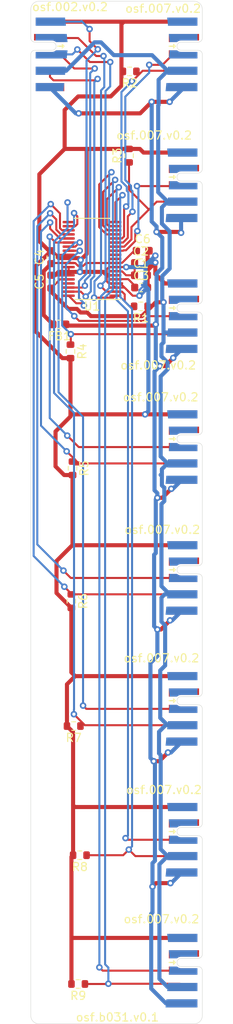
<source format=kicad_pcb>
(kicad_pcb (version 20171130) (host pcbnew "(5.1.9)-1")

  (general
    (thickness 1.6)
    (drawings 28)
    (tracks 602)
    (zones 0)
    (modules 26)
    (nets 28)
  )

  (page A4)
  (layers
    (0 F.Cu signal)
    (31 B.Cu signal)
    (32 B.Adhes user)
    (33 F.Adhes user)
    (34 B.Paste user)
    (35 F.Paste user)
    (36 B.SilkS user)
    (37 F.SilkS user)
    (38 B.Mask user)
    (39 F.Mask user)
    (40 Dwgs.User user)
    (41 Cmts.User user)
    (42 Eco1.User user)
    (43 Eco2.User user)
    (44 Edge.Cuts user)
    (45 Margin user)
    (46 B.CrtYd user)
    (47 F.CrtYd user)
    (48 B.Fab user)
    (49 F.Fab user)
  )

  (setup
    (last_trace_width 0.25)
    (user_trace_width 0.5)
    (trace_clearance 0.2)
    (zone_clearance 0.508)
    (zone_45_only no)
    (trace_min 0.2)
    (via_size 0.8)
    (via_drill 0.4)
    (via_min_size 0.4)
    (via_min_drill 0.3)
    (uvia_size 0.3)
    (uvia_drill 0.1)
    (uvias_allowed no)
    (uvia_min_size 0.2)
    (uvia_min_drill 0.1)
    (edge_width 0.05)
    (segment_width 0.2)
    (pcb_text_width 0.3)
    (pcb_text_size 1.5 1.5)
    (mod_edge_width 0.12)
    (mod_text_size 1 1)
    (mod_text_width 0.15)
    (pad_size 1.524 1.524)
    (pad_drill 0.762)
    (pad_to_mask_clearance 0.051)
    (solder_mask_min_width 0.25)
    (aux_axis_origin 0 0)
    (visible_elements 7FFFFFFF)
    (pcbplotparams
      (layerselection 0x010fc_ffffffff)
      (usegerberextensions false)
      (usegerberattributes false)
      (usegerberadvancedattributes false)
      (creategerberjobfile false)
      (excludeedgelayer true)
      (linewidth 0.100000)
      (plotframeref false)
      (viasonmask false)
      (mode 1)
      (useauxorigin false)
      (hpglpennumber 1)
      (hpglpenspeed 20)
      (hpglpendiameter 15.000000)
      (psnegative false)
      (psa4output false)
      (plotreference true)
      (plotvalue true)
      (plotinvisibletext false)
      (padsonsilk false)
      (subtractmaskfromsilk false)
      (outputformat 1)
      (mirror false)
      (drillshape 1)
      (scaleselection 1)
      (outputdirectory ""))
  )

  (net 0 "")
  (net 1 GND)
  (net 2 "Net-(C1-Pad1)")
  (net 3 "Net-(C3-Pad1)")
  (net 4 "Net-(C4-Pad1)")
  (net 5 +5V)
  (net 6 "Net-(J1-Pad3)")
  (net 7 "Net-(J1-Pad4)")
  (net 8 "Net-(J1-Pad2)")
  (net 9 "Net-(J1-Pad6)")
  (net 10 "Net-(J1-Pad8)")
  (net 11 "Net-(J2-Pad4)")
  (net 12 "Net-(J2-Pad3)")
  (net 13 +3V3)
  (net 14 "Net-(J3-Pad3)")
  (net 15 "Net-(J3-Pad4)")
  (net 16 "Net-(J4-Pad3)")
  (net 17 "Net-(J4-Pad4)")
  (net 18 "Net-(J5-Pad3)")
  (net 19 "Net-(J5-Pad4)")
  (net 20 "Net-(J6-Pad3)")
  (net 21 "Net-(J6-Pad4)")
  (net 22 "Net-(J7-Pad3)")
  (net 23 "Net-(J7-Pad4)")
  (net 24 "Net-(J8-Pad3)")
  (net 25 "Net-(J8-Pad4)")
  (net 26 "Net-(J9-Pad3)")
  (net 27 "Net-(J9-Pad4)")

  (net_class Default "This is the default net class."
    (clearance 0.2)
    (trace_width 0.25)
    (via_dia 0.8)
    (via_drill 0.4)
    (uvia_dia 0.3)
    (uvia_drill 0.1)
    (add_net +3V3)
    (add_net +5V)
    (add_net GND)
    (add_net "Net-(C1-Pad1)")
    (add_net "Net-(C3-Pad1)")
    (add_net "Net-(C4-Pad1)")
    (add_net "Net-(J1-Pad2)")
    (add_net "Net-(J1-Pad3)")
    (add_net "Net-(J1-Pad4)")
    (add_net "Net-(J1-Pad6)")
    (add_net "Net-(J1-Pad8)")
    (add_net "Net-(J2-Pad3)")
    (add_net "Net-(J2-Pad4)")
    (add_net "Net-(J3-Pad3)")
    (add_net "Net-(J3-Pad4)")
    (add_net "Net-(J4-Pad3)")
    (add_net "Net-(J4-Pad4)")
    (add_net "Net-(J5-Pad3)")
    (add_net "Net-(J5-Pad4)")
    (add_net "Net-(J6-Pad3)")
    (add_net "Net-(J6-Pad4)")
    (add_net "Net-(J7-Pad3)")
    (add_net "Net-(J7-Pad4)")
    (add_net "Net-(J8-Pad3)")
    (add_net "Net-(J8-Pad4)")
    (add_net "Net-(J9-Pad3)")
    (add_net "Net-(J9-Pad4)")
  )

  (module Resistor_SMD:R_0603_1608Metric (layer F.Cu) (tedit 5F68FEEE) (tstamp 609CD7C3)
    (at 90.805 165.13 180)
    (descr "Resistor SMD 0603 (1608 Metric), square (rectangular) end terminal, IPC_7351 nominal, (Body size source: IPC-SM-782 page 72, https://www.pcb-3d.com/wordpress/wp-content/uploads/ipc-sm-782a_amendment_1_and_2.pdf), generated with kicad-footprint-generator")
    (tags resistor)
    (path /609D6FAF)
    (attr smd)
    (fp_text reference R9 (at 0 -1.43) (layer F.SilkS)
      (effects (font (size 1 1) (thickness 0.15)))
    )
    (fp_text value d.n.p. (at 0 1.43) (layer F.Fab)
      (effects (font (size 1 1) (thickness 0.15)))
    )
    (fp_text user %R (at 0 0) (layer F.Fab)
      (effects (font (size 0.4 0.4) (thickness 0.06)))
    )
    (fp_line (start -0.8 0.4125) (end -0.8 -0.4125) (layer F.Fab) (width 0.1))
    (fp_line (start -0.8 -0.4125) (end 0.8 -0.4125) (layer F.Fab) (width 0.1))
    (fp_line (start 0.8 -0.4125) (end 0.8 0.4125) (layer F.Fab) (width 0.1))
    (fp_line (start 0.8 0.4125) (end -0.8 0.4125) (layer F.Fab) (width 0.1))
    (fp_line (start -0.237258 -0.5225) (end 0.237258 -0.5225) (layer F.SilkS) (width 0.12))
    (fp_line (start -0.237258 0.5225) (end 0.237258 0.5225) (layer F.SilkS) (width 0.12))
    (fp_line (start -1.48 0.73) (end -1.48 -0.73) (layer F.CrtYd) (width 0.05))
    (fp_line (start -1.48 -0.73) (end 1.48 -0.73) (layer F.CrtYd) (width 0.05))
    (fp_line (start 1.48 -0.73) (end 1.48 0.73) (layer F.CrtYd) (width 0.05))
    (fp_line (start 1.48 0.73) (end -1.48 0.73) (layer F.CrtYd) (width 0.05))
    (pad 2 smd roundrect (at 0.825 0 180) (size 0.8 0.95) (layers F.Cu F.Paste F.Mask) (roundrect_rratio 0.25)
      (net 1 GND))
    (pad 1 smd roundrect (at -0.825 0 180) (size 0.8 0.95) (layers F.Cu F.Paste F.Mask) (roundrect_rratio 0.25)
      (net 15 "Net-(J3-Pad4)"))
    (model ${KISYS3DMOD}/Resistor_SMD.3dshapes/R_0603_1608Metric.wrl
      (at (xyz 0 0 0))
      (scale (xyz 1 1 1))
      (rotate (xyz 0 0 0))
    )
  )

  (module Resistor_SMD:R_0603_1608Metric (layer F.Cu) (tedit 5F68FEEE) (tstamp 609CD7B2)
    (at 91.005 149.39 180)
    (descr "Resistor SMD 0603 (1608 Metric), square (rectangular) end terminal, IPC_7351 nominal, (Body size source: IPC-SM-782 page 72, https://www.pcb-3d.com/wordpress/wp-content/uploads/ipc-sm-782a_amendment_1_and_2.pdf), generated with kicad-footprint-generator")
    (tags resistor)
    (path /609D6FA9)
    (attr smd)
    (fp_text reference R8 (at 0 -1.43) (layer F.SilkS)
      (effects (font (size 1 1) (thickness 0.15)))
    )
    (fp_text value d.n.p. (at 0 1.43) (layer F.Fab)
      (effects (font (size 1 1) (thickness 0.15)))
    )
    (fp_text user %R (at 0 0) (layer F.Fab)
      (effects (font (size 0.4 0.4) (thickness 0.06)))
    )
    (fp_line (start -0.8 0.4125) (end -0.8 -0.4125) (layer F.Fab) (width 0.1))
    (fp_line (start -0.8 -0.4125) (end 0.8 -0.4125) (layer F.Fab) (width 0.1))
    (fp_line (start 0.8 -0.4125) (end 0.8 0.4125) (layer F.Fab) (width 0.1))
    (fp_line (start 0.8 0.4125) (end -0.8 0.4125) (layer F.Fab) (width 0.1))
    (fp_line (start -0.237258 -0.5225) (end 0.237258 -0.5225) (layer F.SilkS) (width 0.12))
    (fp_line (start -0.237258 0.5225) (end 0.237258 0.5225) (layer F.SilkS) (width 0.12))
    (fp_line (start -1.48 0.73) (end -1.48 -0.73) (layer F.CrtYd) (width 0.05))
    (fp_line (start -1.48 -0.73) (end 1.48 -0.73) (layer F.CrtYd) (width 0.05))
    (fp_line (start 1.48 -0.73) (end 1.48 0.73) (layer F.CrtYd) (width 0.05))
    (fp_line (start 1.48 0.73) (end -1.48 0.73) (layer F.CrtYd) (width 0.05))
    (pad 2 smd roundrect (at 0.825 0 180) (size 0.8 0.95) (layers F.Cu F.Paste F.Mask) (roundrect_rratio 0.25)
      (net 1 GND))
    (pad 1 smd roundrect (at -0.825 0 180) (size 0.8 0.95) (layers F.Cu F.Paste F.Mask) (roundrect_rratio 0.25)
      (net 23 "Net-(J7-Pad4)"))
    (model ${KISYS3DMOD}/Resistor_SMD.3dshapes/R_0603_1608Metric.wrl
      (at (xyz 0 0 0))
      (scale (xyz 1 1 1))
      (rotate (xyz 0 0 0))
    )
  )

  (module Resistor_SMD:R_0603_1608Metric (layer F.Cu) (tedit 5F68FEEE) (tstamp 609CD7A1)
    (at 90.255 133.6 180)
    (descr "Resistor SMD 0603 (1608 Metric), square (rectangular) end terminal, IPC_7351 nominal, (Body size source: IPC-SM-782 page 72, https://www.pcb-3d.com/wordpress/wp-content/uploads/ipc-sm-782a_amendment_1_and_2.pdf), generated with kicad-footprint-generator")
    (tags resistor)
    (path /609D6FA3)
    (attr smd)
    (fp_text reference R7 (at 0 -1.43) (layer F.SilkS)
      (effects (font (size 1 1) (thickness 0.15)))
    )
    (fp_text value d.n.p. (at 0 1.43) (layer F.Fab)
      (effects (font (size 1 1) (thickness 0.15)))
    )
    (fp_text user %R (at 0 0) (layer F.Fab)
      (effects (font (size 0.4 0.4) (thickness 0.06)))
    )
    (fp_line (start -0.8 0.4125) (end -0.8 -0.4125) (layer F.Fab) (width 0.1))
    (fp_line (start -0.8 -0.4125) (end 0.8 -0.4125) (layer F.Fab) (width 0.1))
    (fp_line (start 0.8 -0.4125) (end 0.8 0.4125) (layer F.Fab) (width 0.1))
    (fp_line (start 0.8 0.4125) (end -0.8 0.4125) (layer F.Fab) (width 0.1))
    (fp_line (start -0.237258 -0.5225) (end 0.237258 -0.5225) (layer F.SilkS) (width 0.12))
    (fp_line (start -0.237258 0.5225) (end 0.237258 0.5225) (layer F.SilkS) (width 0.12))
    (fp_line (start -1.48 0.73) (end -1.48 -0.73) (layer F.CrtYd) (width 0.05))
    (fp_line (start -1.48 -0.73) (end 1.48 -0.73) (layer F.CrtYd) (width 0.05))
    (fp_line (start 1.48 -0.73) (end 1.48 0.73) (layer F.CrtYd) (width 0.05))
    (fp_line (start 1.48 0.73) (end -1.48 0.73) (layer F.CrtYd) (width 0.05))
    (pad 2 smd roundrect (at 0.825 0 180) (size 0.8 0.95) (layers F.Cu F.Paste F.Mask) (roundrect_rratio 0.25)
      (net 1 GND))
    (pad 1 smd roundrect (at -0.825 0 180) (size 0.8 0.95) (layers F.Cu F.Paste F.Mask) (roundrect_rratio 0.25)
      (net 17 "Net-(J4-Pad4)"))
    (model ${KISYS3DMOD}/Resistor_SMD.3dshapes/R_0603_1608Metric.wrl
      (at (xyz 0 0 0))
      (scale (xyz 1 1 1))
      (rotate (xyz 0 0 0))
    )
  )

  (module Resistor_SMD:R_0603_1608Metric (layer F.Cu) (tedit 5F68FEEE) (tstamp 609CD790)
    (at 89.97 118.335 270)
    (descr "Resistor SMD 0603 (1608 Metric), square (rectangular) end terminal, IPC_7351 nominal, (Body size source: IPC-SM-782 page 72, https://www.pcb-3d.com/wordpress/wp-content/uploads/ipc-sm-782a_amendment_1_and_2.pdf), generated with kicad-footprint-generator")
    (tags resistor)
    (path /609D6F9D)
    (attr smd)
    (fp_text reference R6 (at 0 -1.43 90) (layer F.SilkS)
      (effects (font (size 1 1) (thickness 0.15)))
    )
    (fp_text value d.n.p. (at 0 1.43 90) (layer F.Fab)
      (effects (font (size 1 1) (thickness 0.15)))
    )
    (fp_text user %R (at 0 0 90) (layer F.Fab)
      (effects (font (size 0.4 0.4) (thickness 0.06)))
    )
    (fp_line (start -0.8 0.4125) (end -0.8 -0.4125) (layer F.Fab) (width 0.1))
    (fp_line (start -0.8 -0.4125) (end 0.8 -0.4125) (layer F.Fab) (width 0.1))
    (fp_line (start 0.8 -0.4125) (end 0.8 0.4125) (layer F.Fab) (width 0.1))
    (fp_line (start 0.8 0.4125) (end -0.8 0.4125) (layer F.Fab) (width 0.1))
    (fp_line (start -0.237258 -0.5225) (end 0.237258 -0.5225) (layer F.SilkS) (width 0.12))
    (fp_line (start -0.237258 0.5225) (end 0.237258 0.5225) (layer F.SilkS) (width 0.12))
    (fp_line (start -1.48 0.73) (end -1.48 -0.73) (layer F.CrtYd) (width 0.05))
    (fp_line (start -1.48 -0.73) (end 1.48 -0.73) (layer F.CrtYd) (width 0.05))
    (fp_line (start 1.48 -0.73) (end 1.48 0.73) (layer F.CrtYd) (width 0.05))
    (fp_line (start 1.48 0.73) (end -1.48 0.73) (layer F.CrtYd) (width 0.05))
    (pad 2 smd roundrect (at 0.825 0 270) (size 0.8 0.95) (layers F.Cu F.Paste F.Mask) (roundrect_rratio 0.25)
      (net 1 GND))
    (pad 1 smd roundrect (at -0.825 0 270) (size 0.8 0.95) (layers F.Cu F.Paste F.Mask) (roundrect_rratio 0.25)
      (net 25 "Net-(J8-Pad4)"))
    (model ${KISYS3DMOD}/Resistor_SMD.3dshapes/R_0603_1608Metric.wrl
      (at (xyz 0 0 0))
      (scale (xyz 1 1 1))
      (rotate (xyz 0 0 0))
    )
  )

  (module Resistor_SMD:R_0603_1608Metric (layer F.Cu) (tedit 5F68FEEE) (tstamp 609CDAF3)
    (at 90.11 102.095 270)
    (descr "Resistor SMD 0603 (1608 Metric), square (rectangular) end terminal, IPC_7351 nominal, (Body size source: IPC-SM-782 page 72, https://www.pcb-3d.com/wordpress/wp-content/uploads/ipc-sm-782a_amendment_1_and_2.pdf), generated with kicad-footprint-generator")
    (tags resistor)
    (path /609D3BD5)
    (attr smd)
    (fp_text reference R5 (at 0 -1.43 90) (layer F.SilkS)
      (effects (font (size 1 1) (thickness 0.15)))
    )
    (fp_text value d.n.p. (at 0 1.43 90) (layer F.Fab)
      (effects (font (size 1 1) (thickness 0.15)))
    )
    (fp_text user %R (at 0 0 90) (layer F.Fab)
      (effects (font (size 0.4 0.4) (thickness 0.06)))
    )
    (fp_line (start -0.8 0.4125) (end -0.8 -0.4125) (layer F.Fab) (width 0.1))
    (fp_line (start -0.8 -0.4125) (end 0.8 -0.4125) (layer F.Fab) (width 0.1))
    (fp_line (start 0.8 -0.4125) (end 0.8 0.4125) (layer F.Fab) (width 0.1))
    (fp_line (start 0.8 0.4125) (end -0.8 0.4125) (layer F.Fab) (width 0.1))
    (fp_line (start -0.237258 -0.5225) (end 0.237258 -0.5225) (layer F.SilkS) (width 0.12))
    (fp_line (start -0.237258 0.5225) (end 0.237258 0.5225) (layer F.SilkS) (width 0.12))
    (fp_line (start -1.48 0.73) (end -1.48 -0.73) (layer F.CrtYd) (width 0.05))
    (fp_line (start -1.48 -0.73) (end 1.48 -0.73) (layer F.CrtYd) (width 0.05))
    (fp_line (start 1.48 -0.73) (end 1.48 0.73) (layer F.CrtYd) (width 0.05))
    (fp_line (start 1.48 0.73) (end -1.48 0.73) (layer F.CrtYd) (width 0.05))
    (pad 2 smd roundrect (at 0.825 0 270) (size 0.8 0.95) (layers F.Cu F.Paste F.Mask) (roundrect_rratio 0.25)
      (net 1 GND))
    (pad 1 smd roundrect (at -0.825 0 270) (size 0.8 0.95) (layers F.Cu F.Paste F.Mask) (roundrect_rratio 0.25)
      (net 19 "Net-(J5-Pad4)"))
    (model ${KISYS3DMOD}/Resistor_SMD.3dshapes/R_0603_1608Metric.wrl
      (at (xyz 0 0 0))
      (scale (xyz 1 1 1))
      (rotate (xyz 0 0 0))
    )
  )

  (module Resistor_SMD:R_0603_1608Metric (layer F.Cu) (tedit 5F68FEEE) (tstamp 609CD76E)
    (at 89.86 87.805 270)
    (descr "Resistor SMD 0603 (1608 Metric), square (rectangular) end terminal, IPC_7351 nominal, (Body size source: IPC-SM-782 page 72, https://www.pcb-3d.com/wordpress/wp-content/uploads/ipc-sm-782a_amendment_1_and_2.pdf), generated with kicad-footprint-generator")
    (tags resistor)
    (path /609D37DA)
    (attr smd)
    (fp_text reference R4 (at 0 -1.43 90) (layer F.SilkS)
      (effects (font (size 1 1) (thickness 0.15)))
    )
    (fp_text value d.n.p. (at 0 1.43 90) (layer F.Fab)
      (effects (font (size 1 1) (thickness 0.15)))
    )
    (fp_text user %R (at 0 0 90) (layer F.Fab)
      (effects (font (size 0.4 0.4) (thickness 0.06)))
    )
    (fp_line (start -0.8 0.4125) (end -0.8 -0.4125) (layer F.Fab) (width 0.1))
    (fp_line (start -0.8 -0.4125) (end 0.8 -0.4125) (layer F.Fab) (width 0.1))
    (fp_line (start 0.8 -0.4125) (end 0.8 0.4125) (layer F.Fab) (width 0.1))
    (fp_line (start 0.8 0.4125) (end -0.8 0.4125) (layer F.Fab) (width 0.1))
    (fp_line (start -0.237258 -0.5225) (end 0.237258 -0.5225) (layer F.SilkS) (width 0.12))
    (fp_line (start -0.237258 0.5225) (end 0.237258 0.5225) (layer F.SilkS) (width 0.12))
    (fp_line (start -1.48 0.73) (end -1.48 -0.73) (layer F.CrtYd) (width 0.05))
    (fp_line (start -1.48 -0.73) (end 1.48 -0.73) (layer F.CrtYd) (width 0.05))
    (fp_line (start 1.48 -0.73) (end 1.48 0.73) (layer F.CrtYd) (width 0.05))
    (fp_line (start 1.48 0.73) (end -1.48 0.73) (layer F.CrtYd) (width 0.05))
    (pad 2 smd roundrect (at 0.825 0 270) (size 0.8 0.95) (layers F.Cu F.Paste F.Mask) (roundrect_rratio 0.25)
      (net 1 GND))
    (pad 1 smd roundrect (at -0.825 0 270) (size 0.8 0.95) (layers F.Cu F.Paste F.Mask) (roundrect_rratio 0.25)
      (net 27 "Net-(J9-Pad4)"))
    (model ${KISYS3DMOD}/Resistor_SMD.3dshapes/R_0603_1608Metric.wrl
      (at (xyz 0 0 0))
      (scale (xyz 1 1 1))
      (rotate (xyz 0 0 0))
    )
  )

  (module Resistor_SMD:R_0603_1608Metric (layer F.Cu) (tedit 5F68FEEE) (tstamp 609CD75D)
    (at 97.03 63.88 90)
    (descr "Resistor SMD 0603 (1608 Metric), square (rectangular) end terminal, IPC_7351 nominal, (Body size source: IPC-SM-782 page 72, https://www.pcb-3d.com/wordpress/wp-content/uploads/ipc-sm-782a_amendment_1_and_2.pdf), generated with kicad-footprint-generator")
    (tags resistor)
    (path /609D3458)
    (attr smd)
    (fp_text reference R3 (at 0 -1.43 90) (layer F.SilkS)
      (effects (font (size 1 1) (thickness 0.15)))
    )
    (fp_text value d.n.p. (at 0 1.43 90) (layer F.Fab)
      (effects (font (size 1 1) (thickness 0.15)))
    )
    (fp_text user %R (at 0 0 90) (layer F.Fab)
      (effects (font (size 0.4 0.4) (thickness 0.06)))
    )
    (fp_line (start -0.8 0.4125) (end -0.8 -0.4125) (layer F.Fab) (width 0.1))
    (fp_line (start -0.8 -0.4125) (end 0.8 -0.4125) (layer F.Fab) (width 0.1))
    (fp_line (start 0.8 -0.4125) (end 0.8 0.4125) (layer F.Fab) (width 0.1))
    (fp_line (start 0.8 0.4125) (end -0.8 0.4125) (layer F.Fab) (width 0.1))
    (fp_line (start -0.237258 -0.5225) (end 0.237258 -0.5225) (layer F.SilkS) (width 0.12))
    (fp_line (start -0.237258 0.5225) (end 0.237258 0.5225) (layer F.SilkS) (width 0.12))
    (fp_line (start -1.48 0.73) (end -1.48 -0.73) (layer F.CrtYd) (width 0.05))
    (fp_line (start -1.48 -0.73) (end 1.48 -0.73) (layer F.CrtYd) (width 0.05))
    (fp_line (start 1.48 -0.73) (end 1.48 0.73) (layer F.CrtYd) (width 0.05))
    (fp_line (start 1.48 0.73) (end -1.48 0.73) (layer F.CrtYd) (width 0.05))
    (pad 2 smd roundrect (at 0.825 0 90) (size 0.8 0.95) (layers F.Cu F.Paste F.Mask) (roundrect_rratio 0.25)
      (net 1 GND))
    (pad 1 smd roundrect (at -0.825 0 90) (size 0.8 0.95) (layers F.Cu F.Paste F.Mask) (roundrect_rratio 0.25)
      (net 11 "Net-(J2-Pad4)"))
    (model ${KISYS3DMOD}/Resistor_SMD.3dshapes/R_0603_1608Metric.wrl
      (at (xyz 0 0 0))
      (scale (xyz 1 1 1))
      (rotate (xyz 0 0 0))
    )
  )

  (module Resistor_SMD:R_0603_1608Metric (layer F.Cu) (tedit 5F68FEEE) (tstamp 609CD74C)
    (at 97.105 53.58 180)
    (descr "Resistor SMD 0603 (1608 Metric), square (rectangular) end terminal, IPC_7351 nominal, (Body size source: IPC-SM-782 page 72, https://www.pcb-3d.com/wordpress/wp-content/uploads/ipc-sm-782a_amendment_1_and_2.pdf), generated with kicad-footprint-generator")
    (tags resistor)
    (path /609D2BFC)
    (attr smd)
    (fp_text reference R2 (at 0 -1.43) (layer F.SilkS)
      (effects (font (size 1 1) (thickness 0.15)))
    )
    (fp_text value d.n.p. (at 0 1.43) (layer F.Fab)
      (effects (font (size 1 1) (thickness 0.15)))
    )
    (fp_text user %R (at 0 0) (layer F.Fab)
      (effects (font (size 0.4 0.4) (thickness 0.06)))
    )
    (fp_line (start -0.8 0.4125) (end -0.8 -0.4125) (layer F.Fab) (width 0.1))
    (fp_line (start -0.8 -0.4125) (end 0.8 -0.4125) (layer F.Fab) (width 0.1))
    (fp_line (start 0.8 -0.4125) (end 0.8 0.4125) (layer F.Fab) (width 0.1))
    (fp_line (start 0.8 0.4125) (end -0.8 0.4125) (layer F.Fab) (width 0.1))
    (fp_line (start -0.237258 -0.5225) (end 0.237258 -0.5225) (layer F.SilkS) (width 0.12))
    (fp_line (start -0.237258 0.5225) (end 0.237258 0.5225) (layer F.SilkS) (width 0.12))
    (fp_line (start -1.48 0.73) (end -1.48 -0.73) (layer F.CrtYd) (width 0.05))
    (fp_line (start -1.48 -0.73) (end 1.48 -0.73) (layer F.CrtYd) (width 0.05))
    (fp_line (start 1.48 -0.73) (end 1.48 0.73) (layer F.CrtYd) (width 0.05))
    (fp_line (start 1.48 0.73) (end -1.48 0.73) (layer F.CrtYd) (width 0.05))
    (pad 2 smd roundrect (at 0.825 0 180) (size 0.8 0.95) (layers F.Cu F.Paste F.Mask) (roundrect_rratio 0.25)
      (net 1 GND))
    (pad 1 smd roundrect (at -0.825 0 180) (size 0.8 0.95) (layers F.Cu F.Paste F.Mask) (roundrect_rratio 0.25)
      (net 21 "Net-(J6-Pad4)"))
    (model ${KISYS3DMOD}/Resistor_SMD.3dshapes/R_0603_1608Metric.wrl
      (at (xyz 0 0 0))
      (scale (xyz 1 1 1))
      (rotate (xyz 0 0 0))
    )
  )

  (module Package_SO:TSSOP-38_4.4x9.7mm_P0.5mm (layer F.Cu) (tedit 5E476F32) (tstamp 6093829C)
    (at 92.5 76.5 180)
    (descr "TSSOP, 38 Pin (JEDEC MO-153 Var BD https://www.jedec.org/document_search?search_api_views_fulltext=MO-153), generated with kicad-footprint-generator ipc_gullwing_generator.py")
    (tags "TSSOP SO")
    (path /60940696)
    (attr smd)
    (fp_text reference U1 (at 0 -5.8) (layer F.SilkS)
      (effects (font (size 1 1) (thickness 0.15)))
    )
    (fp_text value ADS8688 (at 0 5.8) (layer F.Fab)
      (effects (font (size 1 1) (thickness 0.15)))
    )
    (fp_line (start 3.85 -5.1) (end -3.85 -5.1) (layer F.CrtYd) (width 0.05))
    (fp_line (start 3.85 5.1) (end 3.85 -5.1) (layer F.CrtYd) (width 0.05))
    (fp_line (start -3.85 5.1) (end 3.85 5.1) (layer F.CrtYd) (width 0.05))
    (fp_line (start -3.85 -5.1) (end -3.85 5.1) (layer F.CrtYd) (width 0.05))
    (fp_line (start -2.2 -3.85) (end -1.2 -4.85) (layer F.Fab) (width 0.1))
    (fp_line (start -2.2 4.85) (end -2.2 -3.85) (layer F.Fab) (width 0.1))
    (fp_line (start 2.2 4.85) (end -2.2 4.85) (layer F.Fab) (width 0.1))
    (fp_line (start 2.2 -4.85) (end 2.2 4.85) (layer F.Fab) (width 0.1))
    (fp_line (start -1.2 -4.85) (end 2.2 -4.85) (layer F.Fab) (width 0.1))
    (fp_line (start 0 -4.96) (end -3.6 -4.96) (layer F.SilkS) (width 0.12))
    (fp_line (start 0 -4.96) (end 2.2 -4.96) (layer F.SilkS) (width 0.12))
    (fp_line (start 0 4.96) (end -2.2 4.96) (layer F.SilkS) (width 0.12))
    (fp_line (start 0 4.96) (end 2.2 4.96) (layer F.SilkS) (width 0.12))
    (fp_text user %R (at 0 0) (layer F.Fab)
      (effects (font (size 1 1) (thickness 0.15)))
    )
    (pad 1 smd roundrect (at -2.8625 -4.5 180) (size 1.475 0.3) (layers F.Cu F.Paste F.Mask) (roundrect_rratio 0.25)
      (net 8 "Net-(J1-Pad2)"))
    (pad 2 smd roundrect (at -2.8625 -4 180) (size 1.475 0.3) (layers F.Cu F.Paste F.Mask) (roundrect_rratio 0.25)
      (net 10 "Net-(J1-Pad8)"))
    (pad 3 smd roundrect (at -2.8625 -3.5 180) (size 1.475 0.3) (layers F.Cu F.Paste F.Mask) (roundrect_rratio 0.25)
      (net 1 GND))
    (pad 4 smd roundrect (at -2.8625 -3 180) (size 1.475 0.3) (layers F.Cu F.Paste F.Mask) (roundrect_rratio 0.25)
      (net 1 GND))
    (pad 5 smd roundrect (at -2.8625 -2.5 180) (size 1.475 0.3) (layers F.Cu F.Paste F.Mask) (roundrect_rratio 0.25)
      (net 3 "Net-(C3-Pad1)"))
    (pad 6 smd roundrect (at -2.8625 -2 180) (size 1.475 0.3) (layers F.Cu F.Paste F.Mask) (roundrect_rratio 0.25)
      (net 1 GND))
    (pad 7 smd roundrect (at -2.8625 -1.5 180) (size 1.475 0.3) (layers F.Cu F.Paste F.Mask) (roundrect_rratio 0.25)
      (net 2 "Net-(C1-Pad1)"))
    (pad 8 smd roundrect (at -2.8625 -1 180) (size 1.475 0.3) (layers F.Cu F.Paste F.Mask) (roundrect_rratio 0.25)
      (net 1 GND))
    (pad 9 smd roundrect (at -2.8625 -0.5 180) (size 1.475 0.3) (layers F.Cu F.Paste F.Mask) (roundrect_rratio 0.25)
      (net 4 "Net-(C4-Pad1)"))
    (pad 10 smd roundrect (at -2.8625 0 180) (size 1.475 0.3) (layers F.Cu F.Paste F.Mask) (roundrect_rratio 0.25))
    (pad 11 smd roundrect (at -2.8625 0.5 180) (size 1.475 0.3) (layers F.Cu F.Paste F.Mask) (roundrect_rratio 0.25))
    (pad 12 smd roundrect (at -2.8625 1 180) (size 1.475 0.3) (layers F.Cu F.Paste F.Mask) (roundrect_rratio 0.25)
      (net 12 "Net-(J2-Pad3)"))
    (pad 13 smd roundrect (at -2.8625 1.5 180) (size 1.475 0.3) (layers F.Cu F.Paste F.Mask) (roundrect_rratio 0.25)
      (net 11 "Net-(J2-Pad4)"))
    (pad 14 smd roundrect (at -2.8625 2 180) (size 1.475 0.3) (layers F.Cu F.Paste F.Mask) (roundrect_rratio 0.25)
      (net 20 "Net-(J6-Pad3)"))
    (pad 15 smd roundrect (at -2.8625 2.5 180) (size 1.475 0.3) (layers F.Cu F.Paste F.Mask) (roundrect_rratio 0.25)
      (net 21 "Net-(J6-Pad4)"))
    (pad 16 smd roundrect (at -2.8625 3 180) (size 1.475 0.3) (layers F.Cu F.Paste F.Mask) (roundrect_rratio 0.25)
      (net 14 "Net-(J3-Pad3)"))
    (pad 17 smd roundrect (at -2.8625 3.5 180) (size 1.475 0.3) (layers F.Cu F.Paste F.Mask) (roundrect_rratio 0.25)
      (net 15 "Net-(J3-Pad4)"))
    (pad 18 smd roundrect (at -2.8625 4 180) (size 1.475 0.3) (layers F.Cu F.Paste F.Mask) (roundrect_rratio 0.25)
      (net 22 "Net-(J7-Pad3)"))
    (pad 19 smd roundrect (at -2.8625 4.5 180) (size 1.475 0.3) (layers F.Cu F.Paste F.Mask) (roundrect_rratio 0.25)
      (net 23 "Net-(J7-Pad4)"))
    (pad 20 smd roundrect (at 2.8625 4.5 180) (size 1.475 0.3) (layers F.Cu F.Paste F.Mask) (roundrect_rratio 0.25)
      (net 17 "Net-(J4-Pad4)"))
    (pad 21 smd roundrect (at 2.8625 4 180) (size 1.475 0.3) (layers F.Cu F.Paste F.Mask) (roundrect_rratio 0.25)
      (net 16 "Net-(J4-Pad3)"))
    (pad 22 smd roundrect (at 2.8625 3.5 180) (size 1.475 0.3) (layers F.Cu F.Paste F.Mask) (roundrect_rratio 0.25)
      (net 25 "Net-(J8-Pad4)"))
    (pad 23 smd roundrect (at 2.8625 3 180) (size 1.475 0.3) (layers F.Cu F.Paste F.Mask) (roundrect_rratio 0.25)
      (net 24 "Net-(J8-Pad3)"))
    (pad 24 smd roundrect (at 2.8625 2.5 180) (size 1.475 0.3) (layers F.Cu F.Paste F.Mask) (roundrect_rratio 0.25)
      (net 19 "Net-(J5-Pad4)"))
    (pad 25 smd roundrect (at 2.8625 2 180) (size 1.475 0.3) (layers F.Cu F.Paste F.Mask) (roundrect_rratio 0.25)
      (net 18 "Net-(J5-Pad3)"))
    (pad 26 smd roundrect (at 2.8625 1.5 180) (size 1.475 0.3) (layers F.Cu F.Paste F.Mask) (roundrect_rratio 0.25)
      (net 27 "Net-(J9-Pad4)"))
    (pad 27 smd roundrect (at 2.8625 1 180) (size 1.475 0.3) (layers F.Cu F.Paste F.Mask) (roundrect_rratio 0.25)
      (net 26 "Net-(J9-Pad3)"))
    (pad 28 smd roundrect (at 2.8625 0.5 180) (size 1.475 0.3) (layers F.Cu F.Paste F.Mask) (roundrect_rratio 0.25)
      (net 1 GND))
    (pad 29 smd roundrect (at 2.8625 0 180) (size 1.475 0.3) (layers F.Cu F.Paste F.Mask) (roundrect_rratio 0.25)
      (net 1 GND))
    (pad 30 smd roundrect (at 2.8625 -0.5 180) (size 1.475 0.3) (layers F.Cu F.Paste F.Mask) (roundrect_rratio 0.25)
      (net 4 "Net-(C4-Pad1)"))
    (pad 31 smd roundrect (at 2.8625 -1 180) (size 1.475 0.3) (layers F.Cu F.Paste F.Mask) (roundrect_rratio 0.25)
      (net 1 GND))
    (pad 32 smd roundrect (at 2.8625 -1.5 180) (size 1.475 0.3) (layers F.Cu F.Paste F.Mask) (roundrect_rratio 0.25)
      (net 1 GND))
    (pad 33 smd roundrect (at 2.8625 -2 180) (size 1.475 0.3) (layers F.Cu F.Paste F.Mask) (roundrect_rratio 0.25)
      (net 1 GND))
    (pad 34 smd roundrect (at 2.8625 -2.5 180) (size 1.475 0.3) (layers F.Cu F.Paste F.Mask) (roundrect_rratio 0.25)
      (net 13 +3V3))
    (pad 35 smd roundrect (at 2.8625 -3 180) (size 1.475 0.3) (layers F.Cu F.Paste F.Mask) (roundrect_rratio 0.25))
    (pad 36 smd roundrect (at 2.8625 -3.5 180) (size 1.475 0.3) (layers F.Cu F.Paste F.Mask) (roundrect_rratio 0.25)
      (net 6 "Net-(J1-Pad3)"))
    (pad 37 smd roundrect (at 2.8625 -4 180) (size 1.475 0.3) (layers F.Cu F.Paste F.Mask) (roundrect_rratio 0.25)
      (net 7 "Net-(J1-Pad4)"))
    (pad 38 smd roundrect (at 2.8625 -4.5 180) (size 1.475 0.3) (layers F.Cu F.Paste F.Mask) (roundrect_rratio 0.25)
      (net 9 "Net-(J1-Pad6)"))
    (model ${KISYS3DMOD}/Package_SO.3dshapes/TSSOP-38_4.4x9.7mm_P0.5mm.wrl
      (at (xyz 0 0 0))
      (scale (xyz 1 1 1))
      (rotate (xyz 0 0 0))
    )
  )

  (module on_edge:on_edge_2x05_host (layer F.Cu) (tedit 607DF692) (tstamp 60938044)
    (at 106 83.5 270)
    (path /60997225)
    (attr virtual)
    (fp_text reference J9 (at 0.05 -3.2 180 unlocked) (layer F.Fab)
      (effects (font (size 0.5 0.5) (thickness 0.125)))
    )
    (fp_text value 007_ADC_2x5 (at -1.2 -2 90) (layer F.Fab)
      (effects (font (size 1 1) (thickness 0.15)))
    )
    (fp_line (start -1 4.05) (end -1 3.323) (layer F.SilkS) (width 0.153))
    (fp_line (start -0.8 3.523) (end -1 3.323) (layer F.SilkS) (width 0.153))
    (fp_line (start -1 3.323) (end -1.2 3.523) (layer F.SilkS) (width 0.153))
    (fp_line (start -1.5 0.5) (end -1.5 2.6) (layer Edge.Cuts) (width 0.05))
    (fp_line (start -0.5 2.6) (end -0.5 0.5) (layer Edge.Cuts) (width 0.05))
    (fp_line (start -4 0) (end -2 0) (layer Edge.Cuts) (width 0.05))
    (fp_line (start 0 0) (end 4 0) (layer Edge.Cuts) (width 0.05))
    (fp_line (start -5 5) (end 5 5) (layer F.CrtYd) (width 0.05))
    (fp_line (start 5 5) (end 5 -0.5) (layer F.CrtYd) (width 0.05))
    (fp_line (start 5 -0.5) (end -5 -0.5) (layer F.CrtYd) (width 0.05))
    (fp_line (start -5 -0.5) (end -5 5) (layer F.CrtYd) (width 0.05))
    (fp_line (start 5 5) (end -5 5) (layer B.CrtYd) (width 0.05))
    (fp_line (start -5 5) (end -5 -0.5) (layer B.CrtYd) (width 0.05))
    (fp_line (start -5 -0.5) (end 5 -0.5) (layer B.CrtYd) (width 0.05))
    (fp_line (start 5 -0.5) (end 5 5) (layer B.CrtYd) (width 0.05))
    (fp_arc (start -1 2.6) (end -1.5 2.6) (angle -180) (layer Edge.Cuts) (width 0.05))
    (fp_arc (start -2 0.5) (end -1.5 0.5) (angle -90) (layer Edge.Cuts) (width 0.05))
    (fp_arc (start 0 0.5) (end 0 0) (angle -90) (layer Edge.Cuts) (width 0.05))
    (pad 1 smd rect (at -4 2.35 270) (size 1 3.5) (layers F.Cu F.Mask)
      (net 1 GND) (zone_connect 0))
    (pad 5 smd rect (at 4 2.35 270) (size 1 3.5) (layers F.Cu F.Mask)
      (zone_connect 0))
    (pad 6 smd custom (at -4 2.4 90) (size 1 3.6) (layers B.Cu B.Mask)
      (zone_connect 0)
      (options (clearance outline) (anchor rect))
      (primitives
        (gr_poly (pts
           (xy 0.5 -1.8) (xy 0.5 -1.9) (xy -0.5 -1.8)) (width 0))
      ))
    (pad 9 smd custom (at 2 2.4 90) (size 1 3.6) (layers B.Cu B.Mask)
      (net 13 +3V3) (zone_connect 0)
      (options (clearance outline) (anchor rect))
      (primitives
        (gr_poly (pts
           (xy 0.5 -1.8) (xy -0.5 -1.9) (xy -0.5 -1.8)) (width 0))
      ))
    (pad 10 smd custom (at 4 2.5 90) (size 1 3.8) (layers B.Cu B.Mask)
      (net 5 +5V) (zone_connect 0)
      (options (clearance outline) (anchor rect))
      (primitives
        (gr_poly (pts
           (xy 0.5 -1.9) (xy -0.5 -2) (xy -0.5 -1.9)) (width 0))
      ))
    (pad 4 smd rect (at 2 2.35 270) (size 1 3.5) (layers F.Cu F.Mask)
      (net 27 "Net-(J9-Pad4)") (zone_connect 0))
    (pad 7 smd custom (at -2 2.1 90) (size 0.4 0.4) (layers B.Cu B.Mask)
      (zone_connect 0)
      (options (clearance outline) (anchor rect))
      (primitives
        (gr_poly (pts
           (xy -0.3 -0.51) (xy -0.31 -0.62) (xy -0.33 -0.7) (xy -0.35 -0.76) (xy -0.37 -0.81)
           (xy -0.4 -0.86) (xy -0.44 -0.92) (xy -0.48 -0.97) (xy -0.5 -0.99) (xy -0.5 -1.9)
           (xy 0.5 -2) (xy 0.5 1.5) (xy -0.3 1.5)) (width 0))
      ))
    (pad 8 smd custom (at 0 2.1 90) (size 0.4 0.4) (layers B.Cu B.Mask)
      (zone_connect 0)
      (options (clearance outline) (anchor rect))
      (primitives
        (gr_poly (pts
           (xy 0.3 -0.51) (xy 0.31 -0.62) (xy 0.33 -0.7) (xy 0.35 -0.76) (xy 0.37 -0.81)
           (xy 0.4 -0.86) (xy 0.44 -0.92) (xy 0.48 -0.97) (xy 0.5 -0.99) (xy 0.5 -1.9)
           (xy -0.5 -2) (xy -0.5 1.5) (xy 0.3 1.5)) (width 0))
      ))
    (pad 3 smd custom (at 0 3.6 270) (size 1 1) (layers F.Cu F.Mask)
      (net 26 "Net-(J9-Pad3)") (zone_connect 0)
      (options (clearance outline) (anchor rect))
      (primitives
        (gr_poly (pts
           (xy -0.3 -0.99) (xy -0.31 -0.88) (xy -0.33 -0.8) (xy -0.35 -0.74) (xy -0.37 -0.69)
           (xy -0.4 -0.64) (xy -0.44 -0.58) (xy -0.48 -0.53) (xy -0.5 -0.51) (xy -0.5 0.5)
           (xy 0.5 0.5) (xy 0.5 -3) (xy -0.3 -3)) (width 0))
      ))
    (pad 2 smd custom (at -2 3.6 270) (size 1 1) (layers F.Cu F.Mask)
      (zone_connect 0)
      (options (clearance outline) (anchor rect))
      (primitives
        (gr_poly (pts
           (xy 0.3 -0.99) (xy 0.31 -0.88) (xy 0.33 -0.8) (xy 0.35 -0.74) (xy 0.37 -0.69)
           (xy 0.4 -0.64) (xy 0.44 -0.58) (xy 0.48 -0.53) (xy 0.5 -0.51) (xy 0.5 0.5)
           (xy -0.5 0.5) (xy -0.5 -3.2) (xy 0.3 -3.2)) (width 0))
      ))
  )

  (module on_edge:on_edge_2x05_host (layer F.Cu) (tedit 607DF692) (tstamp 60938024)
    (at 106 115.5 270)
    (path /609AAD4F)
    (attr virtual)
    (fp_text reference J8 (at 0.05 -3.2 180 unlocked) (layer F.Fab)
      (effects (font (size 0.5 0.5) (thickness 0.125)))
    )
    (fp_text value 007_ADC_2x5 (at -1.2 -2 90) (layer F.Fab)
      (effects (font (size 1 1) (thickness 0.15)))
    )
    (fp_line (start -1 4.05) (end -1 3.323) (layer F.SilkS) (width 0.153))
    (fp_line (start -0.8 3.523) (end -1 3.323) (layer F.SilkS) (width 0.153))
    (fp_line (start -1 3.323) (end -1.2 3.523) (layer F.SilkS) (width 0.153))
    (fp_line (start -1.5 0.5) (end -1.5 2.6) (layer Edge.Cuts) (width 0.05))
    (fp_line (start -0.5 2.6) (end -0.5 0.5) (layer Edge.Cuts) (width 0.05))
    (fp_line (start -4 0) (end -2 0) (layer Edge.Cuts) (width 0.05))
    (fp_line (start 0 0) (end 4 0) (layer Edge.Cuts) (width 0.05))
    (fp_line (start -5 5) (end 5 5) (layer F.CrtYd) (width 0.05))
    (fp_line (start 5 5) (end 5 -0.5) (layer F.CrtYd) (width 0.05))
    (fp_line (start 5 -0.5) (end -5 -0.5) (layer F.CrtYd) (width 0.05))
    (fp_line (start -5 -0.5) (end -5 5) (layer F.CrtYd) (width 0.05))
    (fp_line (start 5 5) (end -5 5) (layer B.CrtYd) (width 0.05))
    (fp_line (start -5 5) (end -5 -0.5) (layer B.CrtYd) (width 0.05))
    (fp_line (start -5 -0.5) (end 5 -0.5) (layer B.CrtYd) (width 0.05))
    (fp_line (start 5 -0.5) (end 5 5) (layer B.CrtYd) (width 0.05))
    (fp_arc (start -1 2.6) (end -1.5 2.6) (angle -180) (layer Edge.Cuts) (width 0.05))
    (fp_arc (start -2 0.5) (end -1.5 0.5) (angle -90) (layer Edge.Cuts) (width 0.05))
    (fp_arc (start 0 0.5) (end 0 0) (angle -90) (layer Edge.Cuts) (width 0.05))
    (pad 1 smd rect (at -4 2.35 270) (size 1 3.5) (layers F.Cu F.Mask)
      (net 1 GND) (zone_connect 0))
    (pad 5 smd rect (at 4 2.35 270) (size 1 3.5) (layers F.Cu F.Mask)
      (zone_connect 0))
    (pad 6 smd custom (at -4 2.4 90) (size 1 3.6) (layers B.Cu B.Mask)
      (zone_connect 0)
      (options (clearance outline) (anchor rect))
      (primitives
        (gr_poly (pts
           (xy 0.5 -1.8) (xy 0.5 -1.9) (xy -0.5 -1.8)) (width 0))
      ))
    (pad 9 smd custom (at 2 2.4 90) (size 1 3.6) (layers B.Cu B.Mask)
      (net 13 +3V3) (zone_connect 0)
      (options (clearance outline) (anchor rect))
      (primitives
        (gr_poly (pts
           (xy 0.5 -1.8) (xy -0.5 -1.9) (xy -0.5 -1.8)) (width 0))
      ))
    (pad 10 smd custom (at 4 2.5 90) (size 1 3.8) (layers B.Cu B.Mask)
      (net 5 +5V) (zone_connect 0)
      (options (clearance outline) (anchor rect))
      (primitives
        (gr_poly (pts
           (xy 0.5 -1.9) (xy -0.5 -2) (xy -0.5 -1.9)) (width 0))
      ))
    (pad 4 smd rect (at 2 2.35 270) (size 1 3.5) (layers F.Cu F.Mask)
      (net 25 "Net-(J8-Pad4)") (zone_connect 0))
    (pad 7 smd custom (at -2 2.1 90) (size 0.4 0.4) (layers B.Cu B.Mask)
      (zone_connect 0)
      (options (clearance outline) (anchor rect))
      (primitives
        (gr_poly (pts
           (xy -0.3 -0.51) (xy -0.31 -0.62) (xy -0.33 -0.7) (xy -0.35 -0.76) (xy -0.37 -0.81)
           (xy -0.4 -0.86) (xy -0.44 -0.92) (xy -0.48 -0.97) (xy -0.5 -0.99) (xy -0.5 -1.9)
           (xy 0.5 -2) (xy 0.5 1.5) (xy -0.3 1.5)) (width 0))
      ))
    (pad 8 smd custom (at 0 2.1 90) (size 0.4 0.4) (layers B.Cu B.Mask)
      (zone_connect 0)
      (options (clearance outline) (anchor rect))
      (primitives
        (gr_poly (pts
           (xy 0.3 -0.51) (xy 0.31 -0.62) (xy 0.33 -0.7) (xy 0.35 -0.76) (xy 0.37 -0.81)
           (xy 0.4 -0.86) (xy 0.44 -0.92) (xy 0.48 -0.97) (xy 0.5 -0.99) (xy 0.5 -1.9)
           (xy -0.5 -2) (xy -0.5 1.5) (xy 0.3 1.5)) (width 0))
      ))
    (pad 3 smd custom (at 0 3.6 270) (size 1 1) (layers F.Cu F.Mask)
      (net 24 "Net-(J8-Pad3)") (zone_connect 0)
      (options (clearance outline) (anchor rect))
      (primitives
        (gr_poly (pts
           (xy -0.3 -0.99) (xy -0.31 -0.88) (xy -0.33 -0.8) (xy -0.35 -0.74) (xy -0.37 -0.69)
           (xy -0.4 -0.64) (xy -0.44 -0.58) (xy -0.48 -0.53) (xy -0.5 -0.51) (xy -0.5 0.5)
           (xy 0.5 0.5) (xy 0.5 -3) (xy -0.3 -3)) (width 0))
      ))
    (pad 2 smd custom (at -2 3.6 270) (size 1 1) (layers F.Cu F.Mask)
      (zone_connect 0)
      (options (clearance outline) (anchor rect))
      (primitives
        (gr_poly (pts
           (xy 0.3 -0.99) (xy 0.31 -0.88) (xy 0.33 -0.8) (xy 0.35 -0.74) (xy 0.37 -0.69)
           (xy 0.4 -0.64) (xy 0.44 -0.58) (xy 0.48 -0.53) (xy 0.5 -0.51) (xy 0.5 0.5)
           (xy -0.5 0.5) (xy -0.5 -3.2) (xy 0.3 -3.2)) (width 0))
      ))
  )

  (module on_edge:on_edge_2x05_host (layer F.Cu) (tedit 607DF692) (tstamp 60938004)
    (at 106 147.5 270)
    (path /609AAD93)
    (attr virtual)
    (fp_text reference J7 (at 0.05 -3.2 180 unlocked) (layer F.Fab)
      (effects (font (size 0.5 0.5) (thickness 0.125)))
    )
    (fp_text value 007_ADC_2x5 (at -1.2 -2 90) (layer F.Fab)
      (effects (font (size 1 1) (thickness 0.15)))
    )
    (fp_line (start -1 4.05) (end -1 3.323) (layer F.SilkS) (width 0.153))
    (fp_line (start -0.8 3.523) (end -1 3.323) (layer F.SilkS) (width 0.153))
    (fp_line (start -1 3.323) (end -1.2 3.523) (layer F.SilkS) (width 0.153))
    (fp_line (start -1.5 0.5) (end -1.5 2.6) (layer Edge.Cuts) (width 0.05))
    (fp_line (start -0.5 2.6) (end -0.5 0.5) (layer Edge.Cuts) (width 0.05))
    (fp_line (start -4 0) (end -2 0) (layer Edge.Cuts) (width 0.05))
    (fp_line (start 0 0) (end 4 0) (layer Edge.Cuts) (width 0.05))
    (fp_line (start -5 5) (end 5 5) (layer F.CrtYd) (width 0.05))
    (fp_line (start 5 5) (end 5 -0.5) (layer F.CrtYd) (width 0.05))
    (fp_line (start 5 -0.5) (end -5 -0.5) (layer F.CrtYd) (width 0.05))
    (fp_line (start -5 -0.5) (end -5 5) (layer F.CrtYd) (width 0.05))
    (fp_line (start 5 5) (end -5 5) (layer B.CrtYd) (width 0.05))
    (fp_line (start -5 5) (end -5 -0.5) (layer B.CrtYd) (width 0.05))
    (fp_line (start -5 -0.5) (end 5 -0.5) (layer B.CrtYd) (width 0.05))
    (fp_line (start 5 -0.5) (end 5 5) (layer B.CrtYd) (width 0.05))
    (fp_arc (start -1 2.6) (end -1.5 2.6) (angle -180) (layer Edge.Cuts) (width 0.05))
    (fp_arc (start -2 0.5) (end -1.5 0.5) (angle -90) (layer Edge.Cuts) (width 0.05))
    (fp_arc (start 0 0.5) (end 0 0) (angle -90) (layer Edge.Cuts) (width 0.05))
    (pad 1 smd rect (at -4 2.35 270) (size 1 3.5) (layers F.Cu F.Mask)
      (net 1 GND) (zone_connect 0))
    (pad 5 smd rect (at 4 2.35 270) (size 1 3.5) (layers F.Cu F.Mask)
      (zone_connect 0))
    (pad 6 smd custom (at -4 2.4 90) (size 1 3.6) (layers B.Cu B.Mask)
      (zone_connect 0)
      (options (clearance outline) (anchor rect))
      (primitives
        (gr_poly (pts
           (xy 0.5 -1.8) (xy 0.5 -1.9) (xy -0.5 -1.8)) (width 0))
      ))
    (pad 9 smd custom (at 2 2.4 90) (size 1 3.6) (layers B.Cu B.Mask)
      (net 13 +3V3) (zone_connect 0)
      (options (clearance outline) (anchor rect))
      (primitives
        (gr_poly (pts
           (xy 0.5 -1.8) (xy -0.5 -1.9) (xy -0.5 -1.8)) (width 0))
      ))
    (pad 10 smd custom (at 4 2.5 90) (size 1 3.8) (layers B.Cu B.Mask)
      (net 5 +5V) (zone_connect 0)
      (options (clearance outline) (anchor rect))
      (primitives
        (gr_poly (pts
           (xy 0.5 -1.9) (xy -0.5 -2) (xy -0.5 -1.9)) (width 0))
      ))
    (pad 4 smd rect (at 2 2.35 270) (size 1 3.5) (layers F.Cu F.Mask)
      (net 23 "Net-(J7-Pad4)") (zone_connect 0))
    (pad 7 smd custom (at -2 2.1 90) (size 0.4 0.4) (layers B.Cu B.Mask)
      (zone_connect 0)
      (options (clearance outline) (anchor rect))
      (primitives
        (gr_poly (pts
           (xy -0.3 -0.51) (xy -0.31 -0.62) (xy -0.33 -0.7) (xy -0.35 -0.76) (xy -0.37 -0.81)
           (xy -0.4 -0.86) (xy -0.44 -0.92) (xy -0.48 -0.97) (xy -0.5 -0.99) (xy -0.5 -1.9)
           (xy 0.5 -2) (xy 0.5 1.5) (xy -0.3 1.5)) (width 0))
      ))
    (pad 8 smd custom (at 0 2.1 90) (size 0.4 0.4) (layers B.Cu B.Mask)
      (zone_connect 0)
      (options (clearance outline) (anchor rect))
      (primitives
        (gr_poly (pts
           (xy 0.3 -0.51) (xy 0.31 -0.62) (xy 0.33 -0.7) (xy 0.35 -0.76) (xy 0.37 -0.81)
           (xy 0.4 -0.86) (xy 0.44 -0.92) (xy 0.48 -0.97) (xy 0.5 -0.99) (xy 0.5 -1.9)
           (xy -0.5 -2) (xy -0.5 1.5) (xy 0.3 1.5)) (width 0))
      ))
    (pad 3 smd custom (at 0 3.6 270) (size 1 1) (layers F.Cu F.Mask)
      (net 22 "Net-(J7-Pad3)") (zone_connect 0)
      (options (clearance outline) (anchor rect))
      (primitives
        (gr_poly (pts
           (xy -0.3 -0.99) (xy -0.31 -0.88) (xy -0.33 -0.8) (xy -0.35 -0.74) (xy -0.37 -0.69)
           (xy -0.4 -0.64) (xy -0.44 -0.58) (xy -0.48 -0.53) (xy -0.5 -0.51) (xy -0.5 0.5)
           (xy 0.5 0.5) (xy 0.5 -3) (xy -0.3 -3)) (width 0))
      ))
    (pad 2 smd custom (at -2 3.6 270) (size 1 1) (layers F.Cu F.Mask)
      (zone_connect 0)
      (options (clearance outline) (anchor rect))
      (primitives
        (gr_poly (pts
           (xy 0.3 -0.99) (xy 0.31 -0.88) (xy 0.33 -0.8) (xy 0.35 -0.74) (xy 0.37 -0.69)
           (xy 0.4 -0.64) (xy 0.44 -0.58) (xy 0.48 -0.53) (xy 0.5 -0.51) (xy 0.5 0.5)
           (xy -0.5 0.5) (xy -0.5 -3.2) (xy 0.3 -3.2)) (width 0))
      ))
  )

  (module on_edge:on_edge_2x05_host (layer F.Cu) (tedit 607DF692) (tstamp 60937FE4)
    (at 106 51.5 270)
    (path /609923C6)
    (attr virtual)
    (fp_text reference J6 (at 0.05 -3.2 180 unlocked) (layer F.Fab)
      (effects (font (size 0.5 0.5) (thickness 0.125)))
    )
    (fp_text value 007_ADC_2x5 (at -1.2 -2 90) (layer F.Fab)
      (effects (font (size 1 1) (thickness 0.15)))
    )
    (fp_line (start -1 4.05) (end -1 3.323) (layer F.SilkS) (width 0.153))
    (fp_line (start -0.8 3.523) (end -1 3.323) (layer F.SilkS) (width 0.153))
    (fp_line (start -1 3.323) (end -1.2 3.523) (layer F.SilkS) (width 0.153))
    (fp_line (start -1.5 0.5) (end -1.5 2.6) (layer Edge.Cuts) (width 0.05))
    (fp_line (start -0.5 2.6) (end -0.5 0.5) (layer Edge.Cuts) (width 0.05))
    (fp_line (start -4 0) (end -2 0) (layer Edge.Cuts) (width 0.05))
    (fp_line (start 0 0) (end 4 0) (layer Edge.Cuts) (width 0.05))
    (fp_line (start -5 5) (end 5 5) (layer F.CrtYd) (width 0.05))
    (fp_line (start 5 5) (end 5 -0.5) (layer F.CrtYd) (width 0.05))
    (fp_line (start 5 -0.5) (end -5 -0.5) (layer F.CrtYd) (width 0.05))
    (fp_line (start -5 -0.5) (end -5 5) (layer F.CrtYd) (width 0.05))
    (fp_line (start 5 5) (end -5 5) (layer B.CrtYd) (width 0.05))
    (fp_line (start -5 5) (end -5 -0.5) (layer B.CrtYd) (width 0.05))
    (fp_line (start -5 -0.5) (end 5 -0.5) (layer B.CrtYd) (width 0.05))
    (fp_line (start 5 -0.5) (end 5 5) (layer B.CrtYd) (width 0.05))
    (fp_arc (start -1 2.6) (end -1.5 2.6) (angle -180) (layer Edge.Cuts) (width 0.05))
    (fp_arc (start -2 0.5) (end -1.5 0.5) (angle -90) (layer Edge.Cuts) (width 0.05))
    (fp_arc (start 0 0.5) (end 0 0) (angle -90) (layer Edge.Cuts) (width 0.05))
    (pad 1 smd rect (at -4 2.35 270) (size 1 3.5) (layers F.Cu F.Mask)
      (net 1 GND) (zone_connect 0))
    (pad 5 smd rect (at 4 2.35 270) (size 1 3.5) (layers F.Cu F.Mask)
      (zone_connect 0))
    (pad 6 smd custom (at -4 2.4 90) (size 1 3.6) (layers B.Cu B.Mask)
      (zone_connect 0)
      (options (clearance outline) (anchor rect))
      (primitives
        (gr_poly (pts
           (xy 0.5 -1.8) (xy 0.5 -1.9) (xy -0.5 -1.8)) (width 0))
      ))
    (pad 9 smd custom (at 2 2.4 90) (size 1 3.6) (layers B.Cu B.Mask)
      (net 13 +3V3) (zone_connect 0)
      (options (clearance outline) (anchor rect))
      (primitives
        (gr_poly (pts
           (xy 0.5 -1.8) (xy -0.5 -1.9) (xy -0.5 -1.8)) (width 0))
      ))
    (pad 10 smd custom (at 4 2.5 90) (size 1 3.8) (layers B.Cu B.Mask)
      (net 5 +5V) (zone_connect 0)
      (options (clearance outline) (anchor rect))
      (primitives
        (gr_poly (pts
           (xy 0.5 -1.9) (xy -0.5 -2) (xy -0.5 -1.9)) (width 0))
      ))
    (pad 4 smd rect (at 2 2.35 270) (size 1 3.5) (layers F.Cu F.Mask)
      (net 21 "Net-(J6-Pad4)") (zone_connect 0))
    (pad 7 smd custom (at -2 2.1 90) (size 0.4 0.4) (layers B.Cu B.Mask)
      (zone_connect 0)
      (options (clearance outline) (anchor rect))
      (primitives
        (gr_poly (pts
           (xy -0.3 -0.51) (xy -0.31 -0.62) (xy -0.33 -0.7) (xy -0.35 -0.76) (xy -0.37 -0.81)
           (xy -0.4 -0.86) (xy -0.44 -0.92) (xy -0.48 -0.97) (xy -0.5 -0.99) (xy -0.5 -1.9)
           (xy 0.5 -2) (xy 0.5 1.5) (xy -0.3 1.5)) (width 0))
      ))
    (pad 8 smd custom (at 0 2.1 90) (size 0.4 0.4) (layers B.Cu B.Mask)
      (zone_connect 0)
      (options (clearance outline) (anchor rect))
      (primitives
        (gr_poly (pts
           (xy 0.3 -0.51) (xy 0.31 -0.62) (xy 0.33 -0.7) (xy 0.35 -0.76) (xy 0.37 -0.81)
           (xy 0.4 -0.86) (xy 0.44 -0.92) (xy 0.48 -0.97) (xy 0.5 -0.99) (xy 0.5 -1.9)
           (xy -0.5 -2) (xy -0.5 1.5) (xy 0.3 1.5)) (width 0))
      ))
    (pad 3 smd custom (at 0 3.6 270) (size 1 1) (layers F.Cu F.Mask)
      (net 20 "Net-(J6-Pad3)") (zone_connect 0)
      (options (clearance outline) (anchor rect))
      (primitives
        (gr_poly (pts
           (xy -0.3 -0.99) (xy -0.31 -0.88) (xy -0.33 -0.8) (xy -0.35 -0.74) (xy -0.37 -0.69)
           (xy -0.4 -0.64) (xy -0.44 -0.58) (xy -0.48 -0.53) (xy -0.5 -0.51) (xy -0.5 0.5)
           (xy 0.5 0.5) (xy 0.5 -3) (xy -0.3 -3)) (width 0))
      ))
    (pad 2 smd custom (at -2 3.6 270) (size 1 1) (layers F.Cu F.Mask)
      (zone_connect 0)
      (options (clearance outline) (anchor rect))
      (primitives
        (gr_poly (pts
           (xy 0.3 -0.99) (xy 0.31 -0.88) (xy 0.33 -0.8) (xy 0.35 -0.74) (xy 0.37 -0.69)
           (xy 0.4 -0.64) (xy 0.44 -0.58) (xy 0.48 -0.53) (xy 0.5 -0.51) (xy 0.5 0.5)
           (xy -0.5 0.5) (xy -0.5 -3.2) (xy 0.3 -3.2)) (width 0))
      ))
  )

  (module on_edge:on_edge_2x05_host (layer F.Cu) (tedit 607DF692) (tstamp 60937FC4)
    (at 106 99.5 270)
    (path /60997247)
    (attr virtual)
    (fp_text reference J5 (at 0.05 -3.2 180 unlocked) (layer F.Fab)
      (effects (font (size 0.5 0.5) (thickness 0.125)))
    )
    (fp_text value 007_ADC_2x5 (at -1.2 -2 90) (layer F.Fab)
      (effects (font (size 1 1) (thickness 0.15)))
    )
    (fp_line (start -1 4.05) (end -1 3.323) (layer F.SilkS) (width 0.153))
    (fp_line (start -0.8 3.523) (end -1 3.323) (layer F.SilkS) (width 0.153))
    (fp_line (start -1 3.323) (end -1.2 3.523) (layer F.SilkS) (width 0.153))
    (fp_line (start -1.5 0.5) (end -1.5 2.6) (layer Edge.Cuts) (width 0.05))
    (fp_line (start -0.5 2.6) (end -0.5 0.5) (layer Edge.Cuts) (width 0.05))
    (fp_line (start -4 0) (end -2 0) (layer Edge.Cuts) (width 0.05))
    (fp_line (start 0 0) (end 4 0) (layer Edge.Cuts) (width 0.05))
    (fp_line (start -5 5) (end 5 5) (layer F.CrtYd) (width 0.05))
    (fp_line (start 5 5) (end 5 -0.5) (layer F.CrtYd) (width 0.05))
    (fp_line (start 5 -0.5) (end -5 -0.5) (layer F.CrtYd) (width 0.05))
    (fp_line (start -5 -0.5) (end -5 5) (layer F.CrtYd) (width 0.05))
    (fp_line (start 5 5) (end -5 5) (layer B.CrtYd) (width 0.05))
    (fp_line (start -5 5) (end -5 -0.5) (layer B.CrtYd) (width 0.05))
    (fp_line (start -5 -0.5) (end 5 -0.5) (layer B.CrtYd) (width 0.05))
    (fp_line (start 5 -0.5) (end 5 5) (layer B.CrtYd) (width 0.05))
    (fp_arc (start -1 2.6) (end -1.5 2.6) (angle -180) (layer Edge.Cuts) (width 0.05))
    (fp_arc (start -2 0.5) (end -1.5 0.5) (angle -90) (layer Edge.Cuts) (width 0.05))
    (fp_arc (start 0 0.5) (end 0 0) (angle -90) (layer Edge.Cuts) (width 0.05))
    (pad 1 smd rect (at -4 2.35 270) (size 1 3.5) (layers F.Cu F.Mask)
      (net 1 GND) (zone_connect 0))
    (pad 5 smd rect (at 4 2.35 270) (size 1 3.5) (layers F.Cu F.Mask)
      (zone_connect 0))
    (pad 6 smd custom (at -4 2.4 90) (size 1 3.6) (layers B.Cu B.Mask)
      (zone_connect 0)
      (options (clearance outline) (anchor rect))
      (primitives
        (gr_poly (pts
           (xy 0.5 -1.8) (xy 0.5 -1.9) (xy -0.5 -1.8)) (width 0))
      ))
    (pad 9 smd custom (at 2 2.4 90) (size 1 3.6) (layers B.Cu B.Mask)
      (net 13 +3V3) (zone_connect 0)
      (options (clearance outline) (anchor rect))
      (primitives
        (gr_poly (pts
           (xy 0.5 -1.8) (xy -0.5 -1.9) (xy -0.5 -1.8)) (width 0))
      ))
    (pad 10 smd custom (at 4 2.5 90) (size 1 3.8) (layers B.Cu B.Mask)
      (net 5 +5V) (zone_connect 0)
      (options (clearance outline) (anchor rect))
      (primitives
        (gr_poly (pts
           (xy 0.5 -1.9) (xy -0.5 -2) (xy -0.5 -1.9)) (width 0))
      ))
    (pad 4 smd rect (at 2 2.35 270) (size 1 3.5) (layers F.Cu F.Mask)
      (net 19 "Net-(J5-Pad4)") (zone_connect 0))
    (pad 7 smd custom (at -2 2.1 90) (size 0.4 0.4) (layers B.Cu B.Mask)
      (zone_connect 0)
      (options (clearance outline) (anchor rect))
      (primitives
        (gr_poly (pts
           (xy -0.3 -0.51) (xy -0.31 -0.62) (xy -0.33 -0.7) (xy -0.35 -0.76) (xy -0.37 -0.81)
           (xy -0.4 -0.86) (xy -0.44 -0.92) (xy -0.48 -0.97) (xy -0.5 -0.99) (xy -0.5 -1.9)
           (xy 0.5 -2) (xy 0.5 1.5) (xy -0.3 1.5)) (width 0))
      ))
    (pad 8 smd custom (at 0 2.1 90) (size 0.4 0.4) (layers B.Cu B.Mask)
      (zone_connect 0)
      (options (clearance outline) (anchor rect))
      (primitives
        (gr_poly (pts
           (xy 0.3 -0.51) (xy 0.31 -0.62) (xy 0.33 -0.7) (xy 0.35 -0.76) (xy 0.37 -0.81)
           (xy 0.4 -0.86) (xy 0.44 -0.92) (xy 0.48 -0.97) (xy 0.5 -0.99) (xy 0.5 -1.9)
           (xy -0.5 -2) (xy -0.5 1.5) (xy 0.3 1.5)) (width 0))
      ))
    (pad 3 smd custom (at 0 3.6 270) (size 1 1) (layers F.Cu F.Mask)
      (net 18 "Net-(J5-Pad3)") (zone_connect 0)
      (options (clearance outline) (anchor rect))
      (primitives
        (gr_poly (pts
           (xy -0.3 -0.99) (xy -0.31 -0.88) (xy -0.33 -0.8) (xy -0.35 -0.74) (xy -0.37 -0.69)
           (xy -0.4 -0.64) (xy -0.44 -0.58) (xy -0.48 -0.53) (xy -0.5 -0.51) (xy -0.5 0.5)
           (xy 0.5 0.5) (xy 0.5 -3) (xy -0.3 -3)) (width 0))
      ))
    (pad 2 smd custom (at -2 3.6 270) (size 1 1) (layers F.Cu F.Mask)
      (zone_connect 0)
      (options (clearance outline) (anchor rect))
      (primitives
        (gr_poly (pts
           (xy 0.3 -0.99) (xy 0.31 -0.88) (xy 0.33 -0.8) (xy 0.35 -0.74) (xy 0.37 -0.69)
           (xy 0.4 -0.64) (xy 0.44 -0.58) (xy 0.48 -0.53) (xy 0.5 -0.51) (xy 0.5 0.5)
           (xy -0.5 0.5) (xy -0.5 -3.2) (xy 0.3 -3.2)) (width 0))
      ))
  )

  (module on_edge:on_edge_2x05_host (layer F.Cu) (tedit 607DF692) (tstamp 60937FA4)
    (at 106 131.5 270)
    (path /609AAD71)
    (attr virtual)
    (fp_text reference J4 (at 0.05 -3.2 180 unlocked) (layer F.Fab)
      (effects (font (size 0.5 0.5) (thickness 0.125)))
    )
    (fp_text value 007_ADC_2x5 (at -1.2 -2 90) (layer F.Fab)
      (effects (font (size 1 1) (thickness 0.15)))
    )
    (fp_line (start -1 4.05) (end -1 3.323) (layer F.SilkS) (width 0.153))
    (fp_line (start -0.8 3.523) (end -1 3.323) (layer F.SilkS) (width 0.153))
    (fp_line (start -1 3.323) (end -1.2 3.523) (layer F.SilkS) (width 0.153))
    (fp_line (start -1.5 0.5) (end -1.5 2.6) (layer Edge.Cuts) (width 0.05))
    (fp_line (start -0.5 2.6) (end -0.5 0.5) (layer Edge.Cuts) (width 0.05))
    (fp_line (start -4 0) (end -2 0) (layer Edge.Cuts) (width 0.05))
    (fp_line (start 0 0) (end 4 0) (layer Edge.Cuts) (width 0.05))
    (fp_line (start -5 5) (end 5 5) (layer F.CrtYd) (width 0.05))
    (fp_line (start 5 5) (end 5 -0.5) (layer F.CrtYd) (width 0.05))
    (fp_line (start 5 -0.5) (end -5 -0.5) (layer F.CrtYd) (width 0.05))
    (fp_line (start -5 -0.5) (end -5 5) (layer F.CrtYd) (width 0.05))
    (fp_line (start 5 5) (end -5 5) (layer B.CrtYd) (width 0.05))
    (fp_line (start -5 5) (end -5 -0.5) (layer B.CrtYd) (width 0.05))
    (fp_line (start -5 -0.5) (end 5 -0.5) (layer B.CrtYd) (width 0.05))
    (fp_line (start 5 -0.5) (end 5 5) (layer B.CrtYd) (width 0.05))
    (fp_arc (start -1 2.6) (end -1.5 2.6) (angle -180) (layer Edge.Cuts) (width 0.05))
    (fp_arc (start -2 0.5) (end -1.5 0.5) (angle -90) (layer Edge.Cuts) (width 0.05))
    (fp_arc (start 0 0.5) (end 0 0) (angle -90) (layer Edge.Cuts) (width 0.05))
    (pad 1 smd rect (at -4 2.35 270) (size 1 3.5) (layers F.Cu F.Mask)
      (net 1 GND) (zone_connect 0))
    (pad 5 smd rect (at 4 2.35 270) (size 1 3.5) (layers F.Cu F.Mask)
      (zone_connect 0))
    (pad 6 smd custom (at -4 2.4 90) (size 1 3.6) (layers B.Cu B.Mask)
      (zone_connect 0)
      (options (clearance outline) (anchor rect))
      (primitives
        (gr_poly (pts
           (xy 0.5 -1.8) (xy 0.5 -1.9) (xy -0.5 -1.8)) (width 0))
      ))
    (pad 9 smd custom (at 2 2.4 90) (size 1 3.6) (layers B.Cu B.Mask)
      (net 13 +3V3) (zone_connect 0)
      (options (clearance outline) (anchor rect))
      (primitives
        (gr_poly (pts
           (xy 0.5 -1.8) (xy -0.5 -1.9) (xy -0.5 -1.8)) (width 0))
      ))
    (pad 10 smd custom (at 4 2.5 90) (size 1 3.8) (layers B.Cu B.Mask)
      (net 5 +5V) (zone_connect 0)
      (options (clearance outline) (anchor rect))
      (primitives
        (gr_poly (pts
           (xy 0.5 -1.9) (xy -0.5 -2) (xy -0.5 -1.9)) (width 0))
      ))
    (pad 4 smd rect (at 2 2.35 270) (size 1 3.5) (layers F.Cu F.Mask)
      (net 17 "Net-(J4-Pad4)") (zone_connect 0))
    (pad 7 smd custom (at -2 2.1 90) (size 0.4 0.4) (layers B.Cu B.Mask)
      (zone_connect 0)
      (options (clearance outline) (anchor rect))
      (primitives
        (gr_poly (pts
           (xy -0.3 -0.51) (xy -0.31 -0.62) (xy -0.33 -0.7) (xy -0.35 -0.76) (xy -0.37 -0.81)
           (xy -0.4 -0.86) (xy -0.44 -0.92) (xy -0.48 -0.97) (xy -0.5 -0.99) (xy -0.5 -1.9)
           (xy 0.5 -2) (xy 0.5 1.5) (xy -0.3 1.5)) (width 0))
      ))
    (pad 8 smd custom (at 0 2.1 90) (size 0.4 0.4) (layers B.Cu B.Mask)
      (zone_connect 0)
      (options (clearance outline) (anchor rect))
      (primitives
        (gr_poly (pts
           (xy 0.3 -0.51) (xy 0.31 -0.62) (xy 0.33 -0.7) (xy 0.35 -0.76) (xy 0.37 -0.81)
           (xy 0.4 -0.86) (xy 0.44 -0.92) (xy 0.48 -0.97) (xy 0.5 -0.99) (xy 0.5 -1.9)
           (xy -0.5 -2) (xy -0.5 1.5) (xy 0.3 1.5)) (width 0))
      ))
    (pad 3 smd custom (at 0 3.6 270) (size 1 1) (layers F.Cu F.Mask)
      (net 16 "Net-(J4-Pad3)") (zone_connect 0)
      (options (clearance outline) (anchor rect))
      (primitives
        (gr_poly (pts
           (xy -0.3 -0.99) (xy -0.31 -0.88) (xy -0.33 -0.8) (xy -0.35 -0.74) (xy -0.37 -0.69)
           (xy -0.4 -0.64) (xy -0.44 -0.58) (xy -0.48 -0.53) (xy -0.5 -0.51) (xy -0.5 0.5)
           (xy 0.5 0.5) (xy 0.5 -3) (xy -0.3 -3)) (width 0))
      ))
    (pad 2 smd custom (at -2 3.6 270) (size 1 1) (layers F.Cu F.Mask)
      (zone_connect 0)
      (options (clearance outline) (anchor rect))
      (primitives
        (gr_poly (pts
           (xy 0.3 -0.99) (xy 0.31 -0.88) (xy 0.33 -0.8) (xy 0.35 -0.74) (xy 0.37 -0.69)
           (xy 0.4 -0.64) (xy 0.44 -0.58) (xy 0.48 -0.53) (xy 0.5 -0.51) (xy 0.5 0.5)
           (xy -0.5 0.5) (xy -0.5 -3.2) (xy 0.3 -3.2)) (width 0))
      ))
  )

  (module on_edge:on_edge_2x05_host (layer F.Cu) (tedit 607DF692) (tstamp 60937F84)
    (at 106 163.5 270)
    (path /609AADB5)
    (attr virtual)
    (fp_text reference J3 (at 0.05 -3.2 180 unlocked) (layer F.Fab)
      (effects (font (size 0.5 0.5) (thickness 0.125)))
    )
    (fp_text value 007_ADC_2x5 (at -1.2 -2 90) (layer F.Fab)
      (effects (font (size 1 1) (thickness 0.15)))
    )
    (fp_line (start -1 4.05) (end -1 3.323) (layer F.SilkS) (width 0.153))
    (fp_line (start -0.8 3.523) (end -1 3.323) (layer F.SilkS) (width 0.153))
    (fp_line (start -1 3.323) (end -1.2 3.523) (layer F.SilkS) (width 0.153))
    (fp_line (start -1.5 0.5) (end -1.5 2.6) (layer Edge.Cuts) (width 0.05))
    (fp_line (start -0.5 2.6) (end -0.5 0.5) (layer Edge.Cuts) (width 0.05))
    (fp_line (start -4 0) (end -2 0) (layer Edge.Cuts) (width 0.05))
    (fp_line (start 0 0) (end 4 0) (layer Edge.Cuts) (width 0.05))
    (fp_line (start -5 5) (end 5 5) (layer F.CrtYd) (width 0.05))
    (fp_line (start 5 5) (end 5 -0.5) (layer F.CrtYd) (width 0.05))
    (fp_line (start 5 -0.5) (end -5 -0.5) (layer F.CrtYd) (width 0.05))
    (fp_line (start -5 -0.5) (end -5 5) (layer F.CrtYd) (width 0.05))
    (fp_line (start 5 5) (end -5 5) (layer B.CrtYd) (width 0.05))
    (fp_line (start -5 5) (end -5 -0.5) (layer B.CrtYd) (width 0.05))
    (fp_line (start -5 -0.5) (end 5 -0.5) (layer B.CrtYd) (width 0.05))
    (fp_line (start 5 -0.5) (end 5 5) (layer B.CrtYd) (width 0.05))
    (fp_arc (start -1 2.6) (end -1.5 2.6) (angle -180) (layer Edge.Cuts) (width 0.05))
    (fp_arc (start -2 0.5) (end -1.5 0.5) (angle -90) (layer Edge.Cuts) (width 0.05))
    (fp_arc (start 0 0.5) (end 0 0) (angle -90) (layer Edge.Cuts) (width 0.05))
    (pad 1 smd rect (at -4 2.35 270) (size 1 3.5) (layers F.Cu F.Mask)
      (net 1 GND) (zone_connect 0))
    (pad 5 smd rect (at 4 2.35 270) (size 1 3.5) (layers F.Cu F.Mask)
      (zone_connect 0))
    (pad 6 smd custom (at -4 2.4 90) (size 1 3.6) (layers B.Cu B.Mask)
      (zone_connect 0)
      (options (clearance outline) (anchor rect))
      (primitives
        (gr_poly (pts
           (xy 0.5 -1.8) (xy 0.5 -1.9) (xy -0.5 -1.8)) (width 0))
      ))
    (pad 9 smd custom (at 2 2.4 90) (size 1 3.6) (layers B.Cu B.Mask)
      (net 13 +3V3) (zone_connect 0)
      (options (clearance outline) (anchor rect))
      (primitives
        (gr_poly (pts
           (xy 0.5 -1.8) (xy -0.5 -1.9) (xy -0.5 -1.8)) (width 0))
      ))
    (pad 10 smd custom (at 4 2.5 90) (size 1 3.8) (layers B.Cu B.Mask)
      (net 5 +5V) (zone_connect 0)
      (options (clearance outline) (anchor rect))
      (primitives
        (gr_poly (pts
           (xy 0.5 -1.9) (xy -0.5 -2) (xy -0.5 -1.9)) (width 0))
      ))
    (pad 4 smd rect (at 2 2.35 270) (size 1 3.5) (layers F.Cu F.Mask)
      (net 15 "Net-(J3-Pad4)") (zone_connect 0))
    (pad 7 smd custom (at -2 2.1 90) (size 0.4 0.4) (layers B.Cu B.Mask)
      (zone_connect 0)
      (options (clearance outline) (anchor rect))
      (primitives
        (gr_poly (pts
           (xy -0.3 -0.51) (xy -0.31 -0.62) (xy -0.33 -0.7) (xy -0.35 -0.76) (xy -0.37 -0.81)
           (xy -0.4 -0.86) (xy -0.44 -0.92) (xy -0.48 -0.97) (xy -0.5 -0.99) (xy -0.5 -1.9)
           (xy 0.5 -2) (xy 0.5 1.5) (xy -0.3 1.5)) (width 0))
      ))
    (pad 8 smd custom (at 0 2.1 90) (size 0.4 0.4) (layers B.Cu B.Mask)
      (zone_connect 0)
      (options (clearance outline) (anchor rect))
      (primitives
        (gr_poly (pts
           (xy 0.3 -0.51) (xy 0.31 -0.62) (xy 0.33 -0.7) (xy 0.35 -0.76) (xy 0.37 -0.81)
           (xy 0.4 -0.86) (xy 0.44 -0.92) (xy 0.48 -0.97) (xy 0.5 -0.99) (xy 0.5 -1.9)
           (xy -0.5 -2) (xy -0.5 1.5) (xy 0.3 1.5)) (width 0))
      ))
    (pad 3 smd custom (at 0 3.6 270) (size 1 1) (layers F.Cu F.Mask)
      (net 14 "Net-(J3-Pad3)") (zone_connect 0)
      (options (clearance outline) (anchor rect))
      (primitives
        (gr_poly (pts
           (xy -0.3 -0.99) (xy -0.31 -0.88) (xy -0.33 -0.8) (xy -0.35 -0.74) (xy -0.37 -0.69)
           (xy -0.4 -0.64) (xy -0.44 -0.58) (xy -0.48 -0.53) (xy -0.5 -0.51) (xy -0.5 0.5)
           (xy 0.5 0.5) (xy 0.5 -3) (xy -0.3 -3)) (width 0))
      ))
    (pad 2 smd custom (at -2 3.6 270) (size 1 1) (layers F.Cu F.Mask)
      (zone_connect 0)
      (options (clearance outline) (anchor rect))
      (primitives
        (gr_poly (pts
           (xy 0.3 -0.99) (xy 0.31 -0.88) (xy 0.33 -0.8) (xy 0.35 -0.74) (xy 0.37 -0.69)
           (xy 0.4 -0.64) (xy 0.44 -0.58) (xy 0.48 -0.53) (xy 0.5 -0.51) (xy 0.5 0.5)
           (xy -0.5 0.5) (xy -0.5 -3.2) (xy 0.3 -3.2)) (width 0))
      ))
  )

  (module Capacitor_SMD:C_0603_1608Metric (layer F.Cu) (tedit 5F68FEEE) (tstamp 60937EC8)
    (at 98.7 75.5)
    (descr "Capacitor SMD 0603 (1608 Metric), square (rectangular) end terminal, IPC_7351 nominal, (Body size source: IPC-SM-782 page 76, https://www.pcb-3d.com/wordpress/wp-content/uploads/ipc-sm-782a_amendment_1_and_2.pdf), generated with kicad-footprint-generator")
    (tags capacitor)
    (path /6097ADA6)
    (attr smd)
    (fp_text reference C6 (at 0 -1.43) (layer F.SilkS)
      (effects (font (size 1 1) (thickness 0.15)))
    )
    (fp_text value 1uF (at 0 1.43) (layer F.Fab)
      (effects (font (size 1 1) (thickness 0.15)))
    )
    (fp_line (start 1.48 0.73) (end -1.48 0.73) (layer F.CrtYd) (width 0.05))
    (fp_line (start 1.48 -0.73) (end 1.48 0.73) (layer F.CrtYd) (width 0.05))
    (fp_line (start -1.48 -0.73) (end 1.48 -0.73) (layer F.CrtYd) (width 0.05))
    (fp_line (start -1.48 0.73) (end -1.48 -0.73) (layer F.CrtYd) (width 0.05))
    (fp_line (start -0.14058 0.51) (end 0.14058 0.51) (layer F.SilkS) (width 0.12))
    (fp_line (start -0.14058 -0.51) (end 0.14058 -0.51) (layer F.SilkS) (width 0.12))
    (fp_line (start 0.8 0.4) (end -0.8 0.4) (layer F.Fab) (width 0.1))
    (fp_line (start 0.8 -0.4) (end 0.8 0.4) (layer F.Fab) (width 0.1))
    (fp_line (start -0.8 -0.4) (end 0.8 -0.4) (layer F.Fab) (width 0.1))
    (fp_line (start -0.8 0.4) (end -0.8 -0.4) (layer F.Fab) (width 0.1))
    (fp_text user %R (at 0 0) (layer F.Fab)
      (effects (font (size 0.4 0.4) (thickness 0.06)))
    )
    (pad 1 smd roundrect (at -0.775 0) (size 0.9 0.95) (layers F.Cu F.Paste F.Mask) (roundrect_rratio 0.25)
      (net 4 "Net-(C4-Pad1)"))
    (pad 2 smd roundrect (at 0.775 0) (size 0.9 0.95) (layers F.Cu F.Paste F.Mask) (roundrect_rratio 0.25)
      (net 1 GND))
    (model ${KISYS3DMOD}/Capacitor_SMD.3dshapes/C_0603_1608Metric.wrl
      (at (xyz 0 0 0))
      (scale (xyz 1 1 1))
      (rotate (xyz 0 0 0))
    )
  )

  (module on_edge:on_edge_2x05_host (layer F.Cu) (tedit 607DF692) (tstamp 6034723B)
    (at 106 67.5 270)
    (path /6034A82D)
    (attr virtual)
    (fp_text reference J2 (at 0.05 -3.2 180 unlocked) (layer F.Fab)
      (effects (font (size 0.5 0.5) (thickness 0.125)))
    )
    (fp_text value 007_ADC_2x5 (at -1.2 -2 90) (layer F.Fab)
      (effects (font (size 1 1) (thickness 0.15)))
    )
    (fp_line (start 5 -0.5) (end 5 5) (layer B.CrtYd) (width 0.05))
    (fp_line (start -5 -0.5) (end 5 -0.5) (layer B.CrtYd) (width 0.05))
    (fp_line (start -5 5) (end -5 -0.5) (layer B.CrtYd) (width 0.05))
    (fp_line (start 5 5) (end -5 5) (layer B.CrtYd) (width 0.05))
    (fp_line (start -5 -0.5) (end -5 5) (layer F.CrtYd) (width 0.05))
    (fp_line (start 5 -0.5) (end -5 -0.5) (layer F.CrtYd) (width 0.05))
    (fp_line (start 5 5) (end 5 -0.5) (layer F.CrtYd) (width 0.05))
    (fp_line (start -5 5) (end 5 5) (layer F.CrtYd) (width 0.05))
    (fp_line (start 0 0) (end 4 0) (layer Edge.Cuts) (width 0.05))
    (fp_line (start -4 0) (end -2 0) (layer Edge.Cuts) (width 0.05))
    (fp_line (start -0.5 2.6) (end -0.5 0.5) (layer Edge.Cuts) (width 0.05))
    (fp_line (start -1.5 0.5) (end -1.5 2.6) (layer Edge.Cuts) (width 0.05))
    (fp_line (start -1 3.323) (end -1.2 3.523) (layer F.SilkS) (width 0.153))
    (fp_line (start -0.8 3.523) (end -1 3.323) (layer F.SilkS) (width 0.153))
    (fp_line (start -1 4.05) (end -1 3.323) (layer F.SilkS) (width 0.153))
    (fp_arc (start -1 2.6) (end -1.5 2.6) (angle -180) (layer Edge.Cuts) (width 0.05))
    (fp_arc (start -2 0.5) (end -1.5 0.5) (angle -90) (layer Edge.Cuts) (width 0.05))
    (fp_arc (start 0 0.5) (end 0 0) (angle -90) (layer Edge.Cuts) (width 0.05))
    (pad 1 smd rect (at -4 2.35 270) (size 1 3.5) (layers F.Cu F.Mask)
      (net 1 GND) (zone_connect 0))
    (pad 5 smd rect (at 4 2.35 270) (size 1 3.5) (layers F.Cu F.Mask)
      (zone_connect 0))
    (pad 6 smd custom (at -4 2.4 90) (size 1 3.6) (layers B.Cu B.Mask)
      (zone_connect 0)
      (options (clearance outline) (anchor rect))
      (primitives
        (gr_poly (pts
           (xy 0.5 -1.8) (xy 0.5 -1.9) (xy -0.5 -1.8)) (width 0))
      ))
    (pad 9 smd custom (at 2 2.4 90) (size 1 3.6) (layers B.Cu B.Mask)
      (net 13 +3V3) (zone_connect 0)
      (options (clearance outline) (anchor rect))
      (primitives
        (gr_poly (pts
           (xy 0.5 -1.8) (xy -0.5 -1.9) (xy -0.5 -1.8)) (width 0))
      ))
    (pad 10 smd custom (at 4 2.5 90) (size 1 3.8) (layers B.Cu B.Mask)
      (net 5 +5V) (zone_connect 0)
      (options (clearance outline) (anchor rect))
      (primitives
        (gr_poly (pts
           (xy 0.5 -1.9) (xy -0.5 -2) (xy -0.5 -1.9)) (width 0))
      ))
    (pad 4 smd rect (at 2 2.35 270) (size 1 3.5) (layers F.Cu F.Mask)
      (net 11 "Net-(J2-Pad4)") (zone_connect 0))
    (pad 7 smd custom (at -2 2.1 90) (size 0.4 0.4) (layers B.Cu B.Mask)
      (zone_connect 0)
      (options (clearance outline) (anchor rect))
      (primitives
        (gr_poly (pts
           (xy -0.3 -0.51) (xy -0.31 -0.62) (xy -0.33 -0.7) (xy -0.35 -0.76) (xy -0.37 -0.81)
           (xy -0.4 -0.86) (xy -0.44 -0.92) (xy -0.48 -0.97) (xy -0.5 -0.99) (xy -0.5 -1.9)
           (xy 0.5 -2) (xy 0.5 1.5) (xy -0.3 1.5)) (width 0))
      ))
    (pad 8 smd custom (at 0 2.1 90) (size 0.4 0.4) (layers B.Cu B.Mask)
      (zone_connect 0)
      (options (clearance outline) (anchor rect))
      (primitives
        (gr_poly (pts
           (xy 0.3 -0.51) (xy 0.31 -0.62) (xy 0.33 -0.7) (xy 0.35 -0.76) (xy 0.37 -0.81)
           (xy 0.4 -0.86) (xy 0.44 -0.92) (xy 0.48 -0.97) (xy 0.5 -0.99) (xy 0.5 -1.9)
           (xy -0.5 -2) (xy -0.5 1.5) (xy 0.3 1.5)) (width 0))
      ))
    (pad 3 smd custom (at 0 3.6 270) (size 1 1) (layers F.Cu F.Mask)
      (net 12 "Net-(J2-Pad3)") (zone_connect 0)
      (options (clearance outline) (anchor rect))
      (primitives
        (gr_poly (pts
           (xy -0.3 -0.99) (xy -0.31 -0.88) (xy -0.33 -0.8) (xy -0.35 -0.74) (xy -0.37 -0.69)
           (xy -0.4 -0.64) (xy -0.44 -0.58) (xy -0.48 -0.53) (xy -0.5 -0.51) (xy -0.5 0.5)
           (xy 0.5 0.5) (xy 0.5 -3) (xy -0.3 -3)) (width 0))
      ))
    (pad 2 smd custom (at -2 3.6 270) (size 1 1) (layers F.Cu F.Mask)
      (zone_connect 0)
      (options (clearance outline) (anchor rect))
      (primitives
        (gr_poly (pts
           (xy 0.3 -0.99) (xy 0.31 -0.88) (xy 0.33 -0.8) (xy 0.35 -0.74) (xy 0.37 -0.69)
           (xy 0.4 -0.64) (xy 0.44 -0.58) (xy 0.48 -0.53) (xy 0.5 -0.51) (xy 0.5 0.5)
           (xy -0.5 0.5) (xy -0.5 -3.2) (xy 0.3 -3.2)) (width 0))
      ))
  )

  (module on_edge:on_edge_2x05_device (layer F.Cu) (tedit 607DF540) (tstamp 6093C867)
    (at 85 51.5 270)
    (path /6033E642)
    (attr virtual)
    (fp_text reference J1 (at 0 1.2 270 unlocked) (layer F.Fab)
      (effects (font (size 0.5 0.5) (thickness 0.05)))
    )
    (fp_text value 002_SPI_2x5 (at 0 2 270 unlocked) (layer F.Fab)
      (effects (font (size 0.5 0.5) (thickness 0.05)))
    )
    (fp_line (start -1.5 -2.6) (end -1.5 -0.5) (layer Edge.Cuts) (width 0.05))
    (fp_line (start -0.5 -0.5) (end -0.5 -2.6) (layer Edge.Cuts) (width 0.05))
    (fp_line (start -1.2 -3.85) (end -1 -4.05) (layer F.SilkS) (width 0.153))
    (fp_line (start -1 -4.05) (end -0.8 -3.85) (layer F.SilkS) (width 0.153))
    (fp_line (start -1 -4.05) (end -1 -3.323) (layer F.SilkS) (width 0.153))
    (fp_line (start -4 0) (end -2 0) (layer Edge.Cuts) (width 0.05))
    (fp_line (start 0 0) (end 4 0) (layer Edge.Cuts) (width 0.05))
    (fp_line (start -5 -5) (end 5 -5) (layer F.CrtYd) (width 0.05))
    (fp_line (start 5 -5) (end 5 0.5) (layer F.CrtYd) (width 0.05))
    (fp_line (start 5 0.5) (end -5 0.5) (layer F.CrtYd) (width 0.05))
    (fp_line (start -5 0.5) (end -5 -5) (layer F.CrtYd) (width 0.05))
    (fp_line (start 5 -5) (end -5 -5) (layer B.CrtYd) (width 0.05))
    (fp_line (start -5 -5) (end -5 0.5) (layer B.CrtYd) (width 0.05))
    (fp_line (start -5 0.5) (end 5 0.5) (layer B.CrtYd) (width 0.05))
    (fp_line (start 5 0.5) (end 5 -5) (layer B.CrtYd) (width 0.05))
    (fp_arc (start -1 -2.6) (end -0.5 -2.6) (angle -180) (layer Edge.Cuts) (width 0.05))
    (fp_arc (start 0 -0.5) (end -0.5 -0.5) (angle -90) (layer Edge.Cuts) (width 0.05))
    (fp_arc (start -2 -0.5) (end -2 0) (angle -90) (layer Edge.Cuts) (width 0.05))
    (pad 4 smd rect (at 2 -2.35 90) (size 1 3.5) (layers F.Cu F.Mask)
      (net 7 "Net-(J1-Pad4)") (zone_connect 0))
    (pad 1 smd rect (at -4 -2.35 90) (size 1 3.5) (layers F.Cu F.Mask)
      (net 1 GND) (zone_connect 0))
    (pad 5 smd rect (at 4 -2.35 90) (size 1 3.5) (layers F.Cu F.Mask)
      (zone_connect 0))
    (pad 6 smd custom (at -4 -2.4 270) (size 1 3.6) (layers B.Cu B.Mask)
      (net 9 "Net-(J1-Pad6)") (zone_connect 0)
      (options (clearance outline) (anchor rect))
      (primitives
        (gr_poly (pts
           (xy 0.5 -1.8) (xy 0.5 -1.9) (xy -0.5 -1.8)) (width 0))
      ))
    (pad 9 smd custom (at 2 -2.4 270) (size 1 3.6) (layers B.Cu B.Mask)
      (net 13 +3V3) (zone_connect 0)
      (options (clearance outline) (anchor rect))
      (primitives
        (gr_poly (pts
           (xy -0.5 -1.8) (xy -0.5 -1.9) (xy 0.5 -1.8)) (width 0))
      ))
    (pad 10 smd custom (at 4 -2.3 270) (size 1 3.4) (layers B.Cu B.Mask)
      (net 5 +5V) (zone_connect 0)
      (options (clearance outline) (anchor rect))
      (primitives
        (gr_poly (pts
           (xy -0.5 -1.7) (xy -0.5 -1.8) (xy 0.5 -1.7)) (width 0))
      ))
    (pad 7 smd custom (at -2 -2.1 270) (size 0.4 0.4) (layers B.Cu B.Mask)
      (zone_connect 0)
      (options (clearance outline) (anchor rect))
      (primitives
        (gr_poly (pts
           (xy 0.3 -0.51) (xy 0.31 -0.62) (xy 0.33 -0.7) (xy 0.35 -0.76) (xy 0.37 -0.81)
           (xy 0.4 -0.86) (xy 0.44 -0.92) (xy 0.48 -0.97) (xy 0.5 -0.99) (xy 0.5 -2.4)
           (xy -0.5 -2.3) (xy -0.5 1.5) (xy 0.3 1.5)) (width 0))
      ))
    (pad 8 smd custom (at 0 -2.1 270) (size 0.4 0.4) (layers B.Cu B.Mask)
      (net 10 "Net-(J1-Pad8)") (zone_connect 0)
      (options (clearance outline) (anchor rect))
      (primitives
        (gr_poly (pts
           (xy -0.3 -0.51) (xy -0.31 -0.62) (xy -0.33 -0.7) (xy -0.35 -0.76) (xy -0.37 -0.81)
           (xy -0.4 -0.86) (xy -0.44 -0.92) (xy -0.48 -0.97) (xy -0.5 -0.99) (xy -0.5 -2.4)
           (xy 0.5 -2.3) (xy 0.5 1.5) (xy -0.3 1.5)) (width 0))
      ))
    (pad 3 smd custom (at 0 -3.6 270) (size 1 1) (layers F.Cu F.Mask)
      (net 6 "Net-(J1-Pad3)") (zone_connect 0)
      (options (clearance outline) (anchor rect))
      (primitives
        (gr_poly (pts
           (xy -0.3 1) (xy -0.31 0.89) (xy -0.33 0.81) (xy -0.35 0.75) (xy -0.37 0.7)
           (xy -0.4 0.65) (xy -0.44 0.59) (xy -0.48 0.54) (xy -0.5 0.52) (xy -0.5 -0.5)
           (xy 0.5 -0.5) (xy 0.5 3) (xy -0.3 3)) (width 0))
      ))
    (pad 2 smd custom (at -2 -3.6 270) (size 1 1) (layers F.Cu F.Mask)
      (net 8 "Net-(J1-Pad2)") (zone_connect 0)
      (options (clearance outline) (anchor rect))
      (primitives
        (gr_poly (pts
           (xy 0.3 1) (xy 0.31 0.89) (xy 0.33 0.81) (xy 0.35 0.75) (xy 0.37 0.7)
           (xy 0.4 0.65) (xy 0.44 0.59) (xy 0.48 0.54) (xy 0.5 0.52) (xy 0.5 -0.5)
           (xy -0.5 -0.5) (xy -0.5 3.2) (xy 0.3 3.2)) (width 0))
      ))
  )

  (module Resistor_SMD:R_0603_1608Metric (layer F.Cu) (tedit 5F68FEEE) (tstamp 607A042E)
    (at 98.475 82.3 180)
    (descr "Resistor SMD 0603 (1608 Metric), square (rectangular) end terminal, IPC_7351 nominal, (Body size source: IPC-SM-782 page 72, https://www.pcb-3d.com/wordpress/wp-content/uploads/ipc-sm-782a_amendment_1_and_2.pdf), generated with kicad-footprint-generator")
    (tags resistor)
    (path /607B017C)
    (attr smd)
    (fp_text reference R1 (at 0 -1.43) (layer F.SilkS)
      (effects (font (size 1 1) (thickness 0.15)))
    )
    (fp_text value 10k (at 0 1.43) (layer F.Fab)
      (effects (font (size 1 1) (thickness 0.15)))
    )
    (fp_line (start 1.48 0.73) (end -1.48 0.73) (layer F.CrtYd) (width 0.05))
    (fp_line (start 1.48 -0.73) (end 1.48 0.73) (layer F.CrtYd) (width 0.05))
    (fp_line (start -1.48 -0.73) (end 1.48 -0.73) (layer F.CrtYd) (width 0.05))
    (fp_line (start -1.48 0.73) (end -1.48 -0.73) (layer F.CrtYd) (width 0.05))
    (fp_line (start -0.237258 0.5225) (end 0.237258 0.5225) (layer F.SilkS) (width 0.12))
    (fp_line (start -0.237258 -0.5225) (end 0.237258 -0.5225) (layer F.SilkS) (width 0.12))
    (fp_line (start 0.8 0.4125) (end -0.8 0.4125) (layer F.Fab) (width 0.1))
    (fp_line (start 0.8 -0.4125) (end 0.8 0.4125) (layer F.Fab) (width 0.1))
    (fp_line (start -0.8 -0.4125) (end 0.8 -0.4125) (layer F.Fab) (width 0.1))
    (fp_line (start -0.8 0.4125) (end -0.8 -0.4125) (layer F.Fab) (width 0.1))
    (fp_text user %R (at 0 0) (layer F.Fab)
      (effects (font (size 0.4 0.4) (thickness 0.06)))
    )
    (pad 1 smd roundrect (at -0.825 0 180) (size 0.8 0.95) (layers F.Cu F.Paste F.Mask) (roundrect_rratio 0.25)
      (net 13 +3V3))
    (pad 2 smd roundrect (at 0.825 0 180) (size 0.8 0.95) (layers F.Cu F.Paste F.Mask) (roundrect_rratio 0.25)
      (net 10 "Net-(J1-Pad8)"))
    (model ${KISYS3DMOD}/Resistor_SMD.3dshapes/R_0603_1608Metric.wrl
      (at (xyz 0 0 0))
      (scale (xyz 1 1 1))
      (rotate (xyz 0 0 0))
    )
  )

  (module Inductor_SMD:L_0603_1608Metric (layer F.Cu) (tedit 5F68FEF0) (tstamp 607A02F7)
    (at 88.5 84.5 180)
    (descr "Inductor SMD 0603 (1608 Metric), square (rectangular) end terminal, IPC_7351 nominal, (Body size source: http://www.tortai-tech.com/upload/download/2011102023233369053.pdf), generated with kicad-footprint-generator")
    (tags inductor)
    (path /607A183C)
    (attr smd)
    (fp_text reference FB1 (at 0 -1.43) (layer F.SilkS)
      (effects (font (size 1 1) (thickness 0.15)))
    )
    (fp_text value Ferrite_Bead_Small (at 0 1.43) (layer F.Fab)
      (effects (font (size 1 1) (thickness 0.15)))
    )
    (fp_line (start 1.48 0.73) (end -1.48 0.73) (layer F.CrtYd) (width 0.05))
    (fp_line (start 1.48 -0.73) (end 1.48 0.73) (layer F.CrtYd) (width 0.05))
    (fp_line (start -1.48 -0.73) (end 1.48 -0.73) (layer F.CrtYd) (width 0.05))
    (fp_line (start -1.48 0.73) (end -1.48 -0.73) (layer F.CrtYd) (width 0.05))
    (fp_line (start -0.162779 0.51) (end 0.162779 0.51) (layer F.SilkS) (width 0.12))
    (fp_line (start -0.162779 -0.51) (end 0.162779 -0.51) (layer F.SilkS) (width 0.12))
    (fp_line (start 0.8 0.4) (end -0.8 0.4) (layer F.Fab) (width 0.1))
    (fp_line (start 0.8 -0.4) (end 0.8 0.4) (layer F.Fab) (width 0.1))
    (fp_line (start -0.8 -0.4) (end 0.8 -0.4) (layer F.Fab) (width 0.1))
    (fp_line (start -0.8 0.4) (end -0.8 -0.4) (layer F.Fab) (width 0.1))
    (fp_text user %R (at 0 0) (layer F.Fab)
      (effects (font (size 0.4 0.4) (thickness 0.06)))
    )
    (pad 1 smd roundrect (at -0.7875 0 180) (size 0.875 0.95) (layers F.Cu F.Paste F.Mask) (roundrect_rratio 0.25)
      (net 5 +5V))
    (pad 2 smd roundrect (at 0.7875 0 180) (size 0.875 0.95) (layers F.Cu F.Paste F.Mask) (roundrect_rratio 0.25)
      (net 4 "Net-(C4-Pad1)"))
    (model ${KISYS3DMOD}/Inductor_SMD.3dshapes/L_0603_1608Metric.wrl
      (at (xyz 0 0 0))
      (scale (xyz 1 1 1))
      (rotate (xyz 0 0 0))
    )
  )

  (module Capacitor_SMD:C_0603_1608Metric (layer F.Cu) (tedit 5B301BBE) (tstamp 6033A69F)
    (at 87.5 79.2875 90)
    (descr "Capacitor SMD 0603 (1608 Metric), square (rectangular) end terminal, IPC_7351 nominal, (Body size source: http://www.tortai-tech.com/upload/download/2011102023233369053.pdf), generated with kicad-footprint-generator")
    (tags capacitor)
    (path /6035858B)
    (attr smd)
    (fp_text reference C5 (at 0 -1.43 90) (layer F.SilkS)
      (effects (font (size 1 1) (thickness 0.15)))
    )
    (fp_text value 1uF (at 0 1.43 90) (layer F.Fab)
      (effects (font (size 1 1) (thickness 0.15)))
    )
    (fp_line (start 1.48 0.73) (end -1.48 0.73) (layer F.CrtYd) (width 0.05))
    (fp_line (start 1.48 -0.73) (end 1.48 0.73) (layer F.CrtYd) (width 0.05))
    (fp_line (start -1.48 -0.73) (end 1.48 -0.73) (layer F.CrtYd) (width 0.05))
    (fp_line (start -1.48 0.73) (end -1.48 -0.73) (layer F.CrtYd) (width 0.05))
    (fp_line (start -0.162779 0.51) (end 0.162779 0.51) (layer F.SilkS) (width 0.12))
    (fp_line (start -0.162779 -0.51) (end 0.162779 -0.51) (layer F.SilkS) (width 0.12))
    (fp_line (start 0.8 0.4) (end -0.8 0.4) (layer F.Fab) (width 0.1))
    (fp_line (start 0.8 -0.4) (end 0.8 0.4) (layer F.Fab) (width 0.1))
    (fp_line (start -0.8 -0.4) (end 0.8 -0.4) (layer F.Fab) (width 0.1))
    (fp_line (start -0.8 0.4) (end -0.8 -0.4) (layer F.Fab) (width 0.1))
    (fp_text user %R (at 0 0 90) (layer F.Fab)
      (effects (font (size 0.4 0.4) (thickness 0.06)))
    )
    (pad 1 smd roundrect (at -0.7875 0 90) (size 0.875 0.95) (layers F.Cu F.Paste F.Mask) (roundrect_rratio 0.25)
      (net 13 +3V3))
    (pad 2 smd roundrect (at 0.7875 0 90) (size 0.875 0.95) (layers F.Cu F.Paste F.Mask) (roundrect_rratio 0.25)
      (net 1 GND))
    (model ${KISYS3DMOD}/Capacitor_SMD.3dshapes/C_0603_1608Metric.wrl
      (at (xyz 0 0 0))
      (scale (xyz 1 1 1))
      (rotate (xyz 0 0 0))
    )
  )

  (module Capacitor_SMD:C_0603_1608Metric (layer F.Cu) (tedit 5B301BBE) (tstamp 603390ED)
    (at 87.5 76.2875 90)
    (descr "Capacitor SMD 0603 (1608 Metric), square (rectangular) end terminal, IPC_7351 nominal, (Body size source: http://www.tortai-tech.com/upload/download/2011102023233369053.pdf), generated with kicad-footprint-generator")
    (tags capacitor)
    (path /6034A12E)
    (attr smd)
    (fp_text reference C4 (at 0 -1.43 90) (layer F.SilkS)
      (effects (font (size 1 1) (thickness 0.15)))
    )
    (fp_text value 1uF (at 0 1.43 90) (layer F.Fab)
      (effects (font (size 1 1) (thickness 0.15)))
    )
    (fp_line (start 1.48 0.73) (end -1.48 0.73) (layer F.CrtYd) (width 0.05))
    (fp_line (start 1.48 -0.73) (end 1.48 0.73) (layer F.CrtYd) (width 0.05))
    (fp_line (start -1.48 -0.73) (end 1.48 -0.73) (layer F.CrtYd) (width 0.05))
    (fp_line (start -1.48 0.73) (end -1.48 -0.73) (layer F.CrtYd) (width 0.05))
    (fp_line (start -0.162779 0.51) (end 0.162779 0.51) (layer F.SilkS) (width 0.12))
    (fp_line (start -0.162779 -0.51) (end 0.162779 -0.51) (layer F.SilkS) (width 0.12))
    (fp_line (start 0.8 0.4) (end -0.8 0.4) (layer F.Fab) (width 0.1))
    (fp_line (start 0.8 -0.4) (end 0.8 0.4) (layer F.Fab) (width 0.1))
    (fp_line (start -0.8 -0.4) (end 0.8 -0.4) (layer F.Fab) (width 0.1))
    (fp_line (start -0.8 0.4) (end -0.8 -0.4) (layer F.Fab) (width 0.1))
    (fp_text user %R (at 0 0 90) (layer F.Fab)
      (effects (font (size 0.4 0.4) (thickness 0.06)))
    )
    (pad 1 smd roundrect (at -0.7875 0 90) (size 0.875 0.95) (layers F.Cu F.Paste F.Mask) (roundrect_rratio 0.25)
      (net 4 "Net-(C4-Pad1)"))
    (pad 2 smd roundrect (at 0.7875 0 90) (size 0.875 0.95) (layers F.Cu F.Paste F.Mask) (roundrect_rratio 0.25)
      (net 1 GND))
    (model ${KISYS3DMOD}/Capacitor_SMD.3dshapes/C_0603_1608Metric.wrl
      (at (xyz 0 0 0))
      (scale (xyz 1 1 1))
      (rotate (xyz 0 0 0))
    )
  )

  (module Capacitor_SMD:C_0603_1608Metric (layer F.Cu) (tedit 5B301BBE) (tstamp 60339978)
    (at 98.5125 80)
    (descr "Capacitor SMD 0603 (1608 Metric), square (rectangular) end terminal, IPC_7351 nominal, (Body size source: http://www.tortai-tech.com/upload/download/2011102023233369053.pdf), generated with kicad-footprint-generator")
    (tags capacitor)
    (path /60338ADE)
    (attr smd)
    (fp_text reference C3 (at 0 -1.43) (layer F.SilkS)
      (effects (font (size 1 1) (thickness 0.15)))
    )
    (fp_text value 4.7uF (at 0 1.43) (layer F.Fab)
      (effects (font (size 1 1) (thickness 0.15)))
    )
    (fp_line (start 1.48 0.73) (end -1.48 0.73) (layer F.CrtYd) (width 0.05))
    (fp_line (start 1.48 -0.73) (end 1.48 0.73) (layer F.CrtYd) (width 0.05))
    (fp_line (start -1.48 -0.73) (end 1.48 -0.73) (layer F.CrtYd) (width 0.05))
    (fp_line (start -1.48 0.73) (end -1.48 -0.73) (layer F.CrtYd) (width 0.05))
    (fp_line (start -0.162779 0.51) (end 0.162779 0.51) (layer F.SilkS) (width 0.12))
    (fp_line (start -0.162779 -0.51) (end 0.162779 -0.51) (layer F.SilkS) (width 0.12))
    (fp_line (start 0.8 0.4) (end -0.8 0.4) (layer F.Fab) (width 0.1))
    (fp_line (start 0.8 -0.4) (end 0.8 0.4) (layer F.Fab) (width 0.1))
    (fp_line (start -0.8 -0.4) (end 0.8 -0.4) (layer F.Fab) (width 0.1))
    (fp_line (start -0.8 0.4) (end -0.8 -0.4) (layer F.Fab) (width 0.1))
    (fp_text user %R (at 0 0) (layer F.Fab)
      (effects (font (size 0.4 0.4) (thickness 0.06)))
    )
    (pad 1 smd roundrect (at -0.7875 0) (size 0.875 0.95) (layers F.Cu F.Paste F.Mask) (roundrect_rratio 0.25)
      (net 3 "Net-(C3-Pad1)"))
    (pad 2 smd roundrect (at 0.7875 0) (size 0.875 0.95) (layers F.Cu F.Paste F.Mask) (roundrect_rratio 0.25)
      (net 1 GND))
    (model ${KISYS3DMOD}/Capacitor_SMD.3dshapes/C_0603_1608Metric.wrl
      (at (xyz 0 0 0))
      (scale (xyz 1 1 1))
      (rotate (xyz 0 0 0))
    )
  )

  (module Capacitor_SMD:C_0603_1608Metric (layer F.Cu) (tedit 5B301BBE) (tstamp 6033A05C)
    (at 98.5 77)
    (descr "Capacitor SMD 0603 (1608 Metric), square (rectangular) end terminal, IPC_7351 nominal, (Body size source: http://www.tortai-tech.com/upload/download/2011102023233369053.pdf), generated with kicad-footprint-generator")
    (tags capacitor)
    (path /60335A70)
    (attr smd)
    (fp_text reference C2 (at 0 -1.43) (layer F.SilkS)
      (effects (font (size 1 1) (thickness 0.15)))
    )
    (fp_text value 10uF (at 0 1.43) (layer F.Fab)
      (effects (font (size 1 1) (thickness 0.15)))
    )
    (fp_line (start 1.48 0.73) (end -1.48 0.73) (layer F.CrtYd) (width 0.05))
    (fp_line (start 1.48 -0.73) (end 1.48 0.73) (layer F.CrtYd) (width 0.05))
    (fp_line (start -1.48 -0.73) (end 1.48 -0.73) (layer F.CrtYd) (width 0.05))
    (fp_line (start -1.48 0.73) (end -1.48 -0.73) (layer F.CrtYd) (width 0.05))
    (fp_line (start -0.162779 0.51) (end 0.162779 0.51) (layer F.SilkS) (width 0.12))
    (fp_line (start -0.162779 -0.51) (end 0.162779 -0.51) (layer F.SilkS) (width 0.12))
    (fp_line (start 0.8 0.4) (end -0.8 0.4) (layer F.Fab) (width 0.1))
    (fp_line (start 0.8 -0.4) (end 0.8 0.4) (layer F.Fab) (width 0.1))
    (fp_line (start -0.8 -0.4) (end 0.8 -0.4) (layer F.Fab) (width 0.1))
    (fp_line (start -0.8 0.4) (end -0.8 -0.4) (layer F.Fab) (width 0.1))
    (fp_text user %R (at 0 0) (layer F.Fab)
      (effects (font (size 0.4 0.4) (thickness 0.06)))
    )
    (pad 1 smd roundrect (at -0.7875 0) (size 0.875 0.95) (layers F.Cu F.Paste F.Mask) (roundrect_rratio 0.25)
      (net 2 "Net-(C1-Pad1)"))
    (pad 2 smd roundrect (at 0.7875 0) (size 0.875 0.95) (layers F.Cu F.Paste F.Mask) (roundrect_rratio 0.25)
      (net 1 GND))
    (model ${KISYS3DMOD}/Capacitor_SMD.3dshapes/C_0603_1608Metric.wrl
      (at (xyz 0 0 0))
      (scale (xyz 1 1 1))
      (rotate (xyz 0 0 0))
    )
  )

  (module Capacitor_SMD:C_0603_1608Metric (layer F.Cu) (tedit 5B301BBE) (tstamp 603390BA)
    (at 98.4875 78.5)
    (descr "Capacitor SMD 0603 (1608 Metric), square (rectangular) end terminal, IPC_7351 nominal, (Body size source: http://www.tortai-tech.com/upload/download/2011102023233369053.pdf), generated with kicad-footprint-generator")
    (tags capacitor)
    (path /60336AFF)
    (attr smd)
    (fp_text reference C1 (at 0 -1.43) (layer F.SilkS)
      (effects (font (size 1 1) (thickness 0.15)))
    )
    (fp_text value 1uF (at 0 1.43) (layer F.Fab)
      (effects (font (size 1 1) (thickness 0.15)))
    )
    (fp_line (start 1.48 0.73) (end -1.48 0.73) (layer F.CrtYd) (width 0.05))
    (fp_line (start 1.48 -0.73) (end 1.48 0.73) (layer F.CrtYd) (width 0.05))
    (fp_line (start -1.48 -0.73) (end 1.48 -0.73) (layer F.CrtYd) (width 0.05))
    (fp_line (start -1.48 0.73) (end -1.48 -0.73) (layer F.CrtYd) (width 0.05))
    (fp_line (start -0.162779 0.51) (end 0.162779 0.51) (layer F.SilkS) (width 0.12))
    (fp_line (start -0.162779 -0.51) (end 0.162779 -0.51) (layer F.SilkS) (width 0.12))
    (fp_line (start 0.8 0.4) (end -0.8 0.4) (layer F.Fab) (width 0.1))
    (fp_line (start 0.8 -0.4) (end 0.8 0.4) (layer F.Fab) (width 0.1))
    (fp_line (start -0.8 -0.4) (end 0.8 -0.4) (layer F.Fab) (width 0.1))
    (fp_line (start -0.8 0.4) (end -0.8 -0.4) (layer F.Fab) (width 0.1))
    (fp_text user %R (at 0 0) (layer F.Fab)
      (effects (font (size 0.4 0.4) (thickness 0.06)))
    )
    (pad 1 smd roundrect (at -0.7875 0) (size 0.875 0.95) (layers F.Cu F.Paste F.Mask) (roundrect_rratio 0.25)
      (net 2 "Net-(C1-Pad1)"))
    (pad 2 smd roundrect (at 0.7875 0) (size 0.875 0.95) (layers F.Cu F.Paste F.Mask) (roundrect_rratio 0.25)
      (net 1 GND))
    (model ${KISYS3DMOD}/Capacitor_SMD.3dshapes/C_0603_1608Metric.wrl
      (at (xyz 0 0 0))
      (scale (xyz 1 1 1))
      (rotate (xyz 0 0 0))
    )
  )

  (gr_text osf.007.v0.2 (at 101 157.2) (layer F.SilkS) (tstamp 6093E425)
    (effects (font (size 1 1) (thickness 0.15)))
  )
  (gr_text osf.007.v0.2 (at 101.3 141.4) (layer F.SilkS) (tstamp 6093E425)
    (effects (font (size 1 1) (thickness 0.15)))
  )
  (gr_text osf.007.v0.2 (at 101 125.3) (layer F.SilkS) (tstamp 6093E425)
    (effects (font (size 1 1) (thickness 0.15)))
  )
  (gr_text osf.007.v0.2 (at 101.1 109.6) (layer F.SilkS) (tstamp 6093E425)
    (effects (font (size 1 1) (thickness 0.15)))
  )
  (gr_text osf.007.v0.2 (at 100.9 93.4) (layer F.SilkS) (tstamp 6093E425)
    (effects (font (size 1 1) (thickness 0.15)))
  )
  (gr_text osf.007.v0.2 (at 100.6 89.5) (layer F.SilkS) (tstamp 6093E425)
    (effects (font (size 1 1) (thickness 0.15)))
  )
  (gr_text osf.007.v0.2 (at 100.1 61.4) (layer F.SilkS) (tstamp 6093E425)
    (effects (font (size 1 1) (thickness 0.15)))
  )
  (gr_line (start 85 169) (end 85 55.5) (layer Edge.Cuts) (width 0.05) (tstamp 6093C8AC))
  (gr_line (start 85 47.5) (end 85 46) (layer Edge.Cuts) (width 0.05) (tstamp 6093C8A6))
  (gr_line (start 106 47.5) (end 106 46) (layer Edge.Cuts) (width 0.05) (tstamp 60939E1E))
  (gr_line (start 106 63.5) (end 106 55.5) (layer Edge.Cuts) (width 0.05))
  (gr_line (start 106 79.5) (end 106 71.5) (layer Edge.Cuts) (width 0.05))
  (gr_line (start 106 95.5) (end 106 87.5) (layer Edge.Cuts) (width 0.05))
  (gr_line (start 106 111.5) (end 106 103.5) (layer Edge.Cuts) (width 0.05))
  (gr_line (start 106 127.5) (end 106 119.5) (layer Edge.Cuts) (width 0.05))
  (gr_line (start 106 143.5) (end 106 135.5) (layer Edge.Cuts) (width 0.05))
  (gr_line (start 106 158) (end 106 151.5) (layer Edge.Cuts) (width 0.05))
  (gr_line (start 106 169) (end 106 167.5) (layer Edge.Cuts) (width 0.05))
  (gr_line (start 106 159.5) (end 106 158) (layer Edge.Cuts) (width 0.05) (tstamp 603475F6))
  (gr_text osf.b031.v0.1 (at 95.6 169.2) (layer F.SilkS)
    (effects (font (size 1 1) (thickness 0.15)))
  )
  (gr_text osf.007.v0.2 (at 101.2 45.9) (layer F.SilkS)
    (effects (font (size 1 1) (thickness 0.15)))
  )
  (gr_text osf.002.v0.2 (at 89.8 45.7) (layer F.SilkS) (tstamp 6093C83A)
    (effects (font (size 1 1) (thickness 0.15)))
  )
  (gr_arc (start 105 169) (end 105 170) (angle -90) (layer Edge.Cuts) (width 0.05))
  (gr_arc (start 86 169) (end 85 169) (angle -90) (layer Edge.Cuts) (width 0.05))
  (gr_arc (start 86 46) (end 86 45) (angle -90) (layer Edge.Cuts) (width 0.05) (tstamp 6093C8A9))
  (gr_arc (start 105 46) (end 106 46) (angle -90) (layer Edge.Cuts) (width 0.05))
  (gr_line (start 105 170) (end 86 170) (layer Edge.Cuts) (width 0.05))
  (gr_line (start 86 45) (end 105 45) (layer Edge.Cuts) (width 0.05))

  (segment (start 96.34999 77.45001) (end 96.352103 77.450009) (width 0.25) (layer F.Cu) (net 1))
  (segment (start 96.3 77.5) (end 96.34999 77.45001) (width 0.25) (layer F.Cu) (net 1))
  (segment (start 95.3625 77.5) (end 96.3 77.5) (width 0.25) (layer F.Cu) (net 1))
  (segment (start 96.3 77.5) (end 96.690717 77.5) (width 0.25) (layer F.Cu) (net 1))
  (via (at 96.690717 77.5) (size 0.8) (drill 0.4) (layers F.Cu B.Cu) (net 1))
  (segment (start 99.275 76.9875) (end 99.2875 77) (width 0.25) (layer F.Cu) (net 1))
  (segment (start 99.275 75.5) (end 99.275 76.9875) (width 0.25) (layer F.Cu) (net 1))
  (segment (start 99.3 78.525) (end 99.275 78.5) (width 0.25) (layer F.Cu) (net 1))
  (segment (start 99.3 80) (end 99.3 78.525) (width 0.25) (layer F.Cu) (net 1))
  (segment (start 94.29999 77.759308) (end 94.559298 77.5) (width 0.25) (layer F.Cu) (net 1))
  (segment (start 94.559298 77.5) (end 95.3625 77.5) (width 0.25) (layer F.Cu) (net 1))
  (segment (start 94.29999 78.240692) (end 94.29999 77.759308) (width 0.25) (layer F.Cu) (net 1))
  (segment (start 94.559298 78.5) (end 94.29999 78.240692) (width 0.25) (layer F.Cu) (net 1))
  (segment (start 95.3625 78.5) (end 94.559298 78.5) (width 0.25) (layer F.Cu) (net 1))
  (segment (start 95.3625 78.52499) (end 95.3625 78.5) (width 0.25) (layer F.Cu) (net 1))
  (segment (start 94.534308 78.52499) (end 95.3625 78.52499) (width 0.25) (layer F.Cu) (net 1))
  (segment (start 94.29999 79.240692) (end 94.29999 78.759308) (width 0.25) (layer F.Cu) (net 1))
  (segment (start 96.190692 79.47501) (end 94.534308 79.47501) (width 0.25) (layer F.Cu) (net 1))
  (segment (start 96.165702 79.5) (end 96.190692 79.47501) (width 0.25) (layer F.Cu) (net 1))
  (segment (start 94.29999 78.759308) (end 94.534308 78.52499) (width 0.25) (layer F.Cu) (net 1))
  (segment (start 94.534308 79.47501) (end 94.29999 79.240692) (width 0.25) (layer F.Cu) (net 1))
  (segment (start 95.3625 79.5) (end 96.165702 79.5) (width 0.25) (layer F.Cu) (net 1))
  (segment (start 95.3625 80) (end 94.83751 79.47501) (width 0.25) (layer F.Cu) (net 1))
  (segment (start 94.83751 79.47501) (end 94.534308 79.47501) (width 0.25) (layer F.Cu) (net 1))
  (segment (start 103.65 47.5) (end 98.7 47.5) (width 0.5) (layer F.Cu) (net 1))
  (segment (start 98.7 47.5) (end 87.35 47.5) (width 0.5) (layer F.Cu) (net 1) (tstamp 6093C843))
  (segment (start 98.8 79.6) (end 98.9 79.7) (width 0.5) (layer B.Cu) (net 1))
  (segment (start 99.3 75.525) (end 99.275 75.5) (width 0.5) (layer F.Cu) (net 1))
  (segment (start 99.3 80) (end 99.3 75.525) (width 0.5) (layer F.Cu) (net 1))
  (segment (start 103.65 63.5) (end 98.8 63.5) (width 0.5) (layer F.Cu) (net 1))
  (segment (start 98.9 79.7) (end 98.6 79.7) (width 0.25) (layer B.Cu) (net 1))
  (segment (start 98.7 77.6) (end 99.043447 77.256553) (width 0.25) (layer B.Cu) (net 1))
  (via (at 100.24999 76.939765) (size 0.8) (drill 0.4) (layers F.Cu B.Cu) (net 1))
  (segment (start 99.2875 77) (end 99.34999 77) (width 0.25) (layer F.Cu) (net 1))
  (segment (start 98.84999 77.5) (end 100.24999 76.1) (width 0.5) (layer B.Cu) (net 1))
  (segment (start 96.690717 77.5) (end 98.84999 77.5) (width 0.5) (layer B.Cu) (net 1))
  (segment (start 99.34999 77) (end 100.24999 76.1) (width 0.25) (layer F.Cu) (net 1))
  (segment (start 99.275 77.07499) (end 100.24999 76.1) (width 0.25) (layer F.Cu) (net 1))
  (segment (start 99.3 77.889755) (end 100.24999 76.939765) (width 0.5) (layer F.Cu) (net 1))
  (segment (start 99.275 78.5) (end 99.275 77.07499) (width 0.25) (layer F.Cu) (net 1))
  (segment (start 103.65 79.5) (end 101.4 79.5) (width 0.5) (layer F.Cu) (net 1))
  (segment (start 99.3 80) (end 99.3 77.889755) (width 0.5) (layer F.Cu) (net 1))
  (via (at 100.24999 76.1) (size 0.8) (drill 0.4) (layers F.Cu B.Cu) (net 1))
  (segment (start 99.043447 77.256553) (end 99.360235 76.939765) (width 0.5) (layer B.Cu) (net 1))
  (segment (start 101.4 79.5) (end 100.24999 78.34999) (width 0.5) (layer F.Cu) (net 1))
  (segment (start 100.24999 78.34999) (end 100.24999 76.939765) (width 0.5) (layer F.Cu) (net 1))
  (segment (start 99.360235 76.939765) (end 100.24999 76.939765) (width 0.5) (layer B.Cu) (net 1))
  (segment (start 96.1 47.8) (end 96.1 55.334315) (width 0.5) (layer F.Cu) (net 1))
  (segment (start 96.4 47.5) (end 96.1 47.8) (width 0.5) (layer F.Cu) (net 1))
  (segment (start 98.7 47.5) (end 96.4 47.5) (width 0.5) (layer F.Cu) (net 1))
  (segment (start 87.60001 78.39999) (end 87.5 78.5) (width 0.5) (layer F.Cu) (net 1))
  (segment (start 89.717488 78.39999) (end 87.60001 78.39999) (width 0.5) (layer F.Cu) (net 1))
  (segment (start 89.6375 76.5) (end 89.6375 76) (width 0.25) (layer F.Cu) (net 1))
  (segment (start 88 76) (end 87.5 75.5) (width 0.25) (layer F.Cu) (net 1))
  (segment (start 89.6375 76) (end 88 76) (width 0.25) (layer F.Cu) (net 1))
  (via (at 91.099684 76.633662) (size 0.8) (drill 0.4) (layers F.Cu B.Cu) (net 1))
  (segment (start 90.966022 76.5) (end 91.099684 76.633662) (width 0.25) (layer F.Cu) (net 1))
  (segment (start 89.6375 76.5) (end 90.966022 76.5) (width 0.25) (layer F.Cu) (net 1))
  (segment (start 88.39999 76.39999) (end 87.5 75.5) (width 0.5) (layer F.Cu) (net 1))
  (segment (start 90.866012 76.39999) (end 88.39999 76.39999) (width 0.5) (layer F.Cu) (net 1))
  (segment (start 91.099684 76.633662) (end 90.866012 76.39999) (width 0.5) (layer F.Cu) (net 1))
  (segment (start 89.6375 77.5) (end 89.6375 78) (width 0.25) (layer F.Cu) (net 1))
  (via (at 98.999994 95.5) (size 0.8) (drill 0.4) (layers F.Cu B.Cu) (net 1))
  (segment (start 103.65 95.5) (end 98.999994 95.5) (width 0.5) (layer F.Cu) (net 1))
  (segment (start 99.4 95.099994) (end 98.999994 95.5) (width 0.5) (layer B.Cu) (net 1))
  (segment (start 99.4 80.2) (end 99.4 95.099994) (width 0.5) (layer B.Cu) (net 1))
  (segment (start 98.8 79.6) (end 99.4 80.2) (width 0.5) (layer B.Cu) (net 1))
  (segment (start 87.5 78.5) (end 87.975 78.5) (width 0.5) (layer F.Cu) (net 1))
  (segment (start 87.975 78.5) (end 88.386238 78.088762) (width 0.5) (layer F.Cu) (net 1))
  (segment (start 94.3 78.5) (end 93.888762 78.088762) (width 0.5) (layer F.Cu) (net 1))
  (segment (start 91.099684 78.001889) (end 91.012811 78.088762) (width 0.5) (layer B.Cu) (net 1))
  (segment (start 93.888762 78.088762) (end 91.012811 78.088762) (width 0.5) (layer F.Cu) (net 1))
  (segment (start 91.099684 76.633662) (end 91.099684 78.001889) (width 0.5) (layer B.Cu) (net 1))
  (segment (start 88.386238 78.088762) (end 91.012811 78.088762) (width 0.5) (layer F.Cu) (net 1))
  (via (at 91.012811 78.088762) (size 0.8) (drill 0.4) (layers F.Cu B.Cu) (net 1))
  (segment (start 96.481006 80) (end 97.466883 80.985877) (width 0.25) (layer F.Cu) (net 1))
  (segment (start 99.043447 80.256553) (end 98.3 81) (width 0.5) (layer B.Cu) (net 1))
  (segment (start 98.3 80.3) (end 98.3 81) (width 0.25) (layer B.Cu) (net 1))
  (segment (start 97.481006 81) (end 97.734315 81) (width 0.25) (layer F.Cu) (net 1))
  (segment (start 97.734315 81) (end 98.3 81) (width 0.25) (layer F.Cu) (net 1))
  (segment (start 95.3625 80) (end 96.481006 80) (width 0.25) (layer F.Cu) (net 1))
  (segment (start 99.043447 77.256553) (end 99.043447 80.256553) (width 0.5) (layer B.Cu) (net 1))
  (via (at 98.3 81) (size 0.8) (drill 0.4) (layers F.Cu B.Cu) (net 1))
  (segment (start 98.9 79.7) (end 98.3 80.3) (width 0.25) (layer B.Cu) (net 1))
  (segment (start 97.466883 80.985877) (end 97.481006 81) (width 0.25) (layer F.Cu) (net 1))
  (segment (start 95.3625 79.5) (end 95.981006 79.5) (width 0.25) (layer F.Cu) (net 1))
  (segment (start 95.981006 79.5) (end 97.466883 80.985877) (width 0.25) (layer F.Cu) (net 1))
  (segment (start 99.3 80) (end 98.3 81) (width 0.5) (layer F.Cu) (net 1))
  (segment (start 89.98 149.59) (end 90.18 149.39) (width 0.5) (layer F.Cu) (net 1))
  (segment (start 90.18 134.35) (end 89.43 133.6) (width 0.5) (layer F.Cu) (net 1))
  (segment (start 90.18 141.15) (end 90.18 134.35) (width 0.5) (layer F.Cu) (net 1))
  (segment (start 90.15 159.5) (end 89.98 159.33) (width 0.5) (layer F.Cu) (net 1))
  (segment (start 103.65 159.5) (end 90.15 159.5) (width 0.5) (layer F.Cu) (net 1))
  (segment (start 89.98 159.33) (end 89.98 149.59) (width 0.5) (layer F.Cu) (net 1))
  (segment (start 89.98 165.13) (end 89.98 159.33) (width 0.5) (layer F.Cu) (net 1))
  (segment (start 103.65 127.5) (end 90.43 127.5) (width 0.5) (layer F.Cu) (net 1))
  (segment (start 89.97 127.04) (end 89.97 119.16) (width 0.5) (layer F.Cu) (net 1))
  (segment (start 90.43 127.5) (end 89.97 127.04) (width 0.5) (layer F.Cu) (net 1))
  (segment (start 89.43 128.5) (end 90.43 127.5) (width 0.5) (layer F.Cu) (net 1))
  (segment (start 89.43 133.6) (end 89.43 128.5) (width 0.5) (layer F.Cu) (net 1))
  (segment (start 88.15 117.34) (end 89.97 119.16) (width 0.5) (layer F.Cu) (net 1))
  (segment (start 89.86 95.76) (end 88.03 97.59) (width 0.5) (layer F.Cu) (net 1))
  (segment (start 88.03 97.59) (end 88.03 101.86) (width 0.5) (layer F.Cu) (net 1))
  (segment (start 89.09 102.92) (end 90.11 102.92) (width 0.5) (layer F.Cu) (net 1))
  (segment (start 88.03 101.86) (end 89.09 102.92) (width 0.5) (layer F.Cu) (net 1))
  (segment (start 98.999994 95.5) (end 89.96 95.5) (width 0.5) (layer F.Cu) (net 1))
  (segment (start 89.86 95.6) (end 89.86 95.76) (width 0.5) (layer F.Cu) (net 1))
  (segment (start 89.96 95.5) (end 89.86 95.6) (width 0.5) (layer F.Cu) (net 1))
  (segment (start 89.86 88.63) (end 89.86 95.6) (width 0.5) (layer F.Cu) (net 1))
  (segment (start 90.4 143.5) (end 90.18 143.28) (width 0.5) (layer F.Cu) (net 1))
  (segment (start 103.65 143.5) (end 90.4 143.5) (width 0.5) (layer F.Cu) (net 1))
  (segment (start 90.18 143.28) (end 90.18 141.15) (width 0.5) (layer F.Cu) (net 1))
  (segment (start 90.18 149.39) (end 90.18 143.28) (width 0.5) (layer F.Cu) (net 1))
  (segment (start 103.65 111.5) (end 90.08 111.5) (width 0.5) (layer F.Cu) (net 1))
  (segment (start 88.15 113.43) (end 88.15 113.68) (width 0.5) (layer F.Cu) (net 1))
  (segment (start 90.08 111.5) (end 88.15 113.43) (width 0.5) (layer F.Cu) (net 1))
  (segment (start 88.15 113.68) (end 88.15 117.34) (width 0.5) (layer F.Cu) (net 1))
  (segment (start 90.11 111.47) (end 88.15 113.43) (width 0.5) (layer F.Cu) (net 1))
  (segment (start 90.11 102.92) (end 90.11 111.47) (width 0.5) (layer F.Cu) (net 1))
  (segment (start 98.355 63.055) (end 98.8 63.5) (width 0.5) (layer F.Cu) (net 1))
  (segment (start 97.03 63.055) (end 98.355 63.055) (width 0.5) (layer F.Cu) (net 1))
  (segment (start 89.86 88.63) (end 88.87 88.63) (width 0.5) (layer F.Cu) (net 1))
  (segment (start 88.87 88.63) (end 85.58 85.34) (width 0.5) (layer F.Cu) (net 1))
  (segment (start 85.58 77.42) (end 87.5 75.5) (width 0.5) (layer F.Cu) (net 1))
  (segment (start 85.58 85.34) (end 85.58 77.42) (width 0.5) (layer F.Cu) (net 1))
  (segment (start 87.5 75.5) (end 87.29 75.5) (width 0.5) (layer F.Cu) (net 1))
  (segment (start 87.5 75.5) (end 87.22 75.5) (width 0.5) (layer F.Cu) (net 1))
  (segment (start 87.22 75.5) (end 86.05 74.33) (width 0.5) (layer F.Cu) (net 1))
  (segment (start 86.05 74.33) (end 86.05 66.15) (width 0.5) (layer F.Cu) (net 1))
  (segment (start 86.05 66.15) (end 89.145 63.055) (width 0.5) (layer F.Cu) (net 1))
  (segment (start 89.145 63.055) (end 89.145 58.295) (width 0.5) (layer F.Cu) (net 1))
  (segment (start 89.145 58.295) (end 90.8 56.64) (width 0.5) (layer F.Cu) (net 1))
  (segment (start 94.794315 56.64) (end 96.1 55.334315) (width 0.5) (layer F.Cu) (net 1))
  (segment (start 90.8 56.64) (end 94.794315 56.64) (width 0.5) (layer F.Cu) (net 1))
  (segment (start 91.842277 63.072277) (end 91.825 63.055) (width 0.5) (layer F.Cu) (net 1))
  (segment (start 91.099684 76.633662) (end 91.842277 75.891069) (width 0.5) (layer F.Cu) (net 1))
  (segment (start 89.145 63.055) (end 91.825 63.055) (width 0.5) (layer F.Cu) (net 1))
  (segment (start 91.825 63.055) (end 97.03 63.055) (width 0.5) (layer F.Cu) (net 1))
  (segment (start 91.842277 75.891069) (end 91.842277 63.072277) (width 0.5) (layer F.Cu) (net 1))
  (segment (start 95.3625 78) (end 95.38749 78.02499) (width 0.25) (layer F.Cu) (net 2))
  (segment (start 95.38749 78.02499) (end 96.190692 78.02499) (width 0.25) (layer F.Cu) (net 2))
  (segment (start 96.190692 78.02499) (end 96.665702 78.5) (width 0.25) (layer F.Cu) (net 2))
  (segment (start 96.665702 78.5) (end 97.7 78.5) (width 0.25) (layer F.Cu) (net 2))
  (segment (start 97.7125 78.4875) (end 97.7 78.5) (width 0.25) (layer F.Cu) (net 2))
  (segment (start 97.7125 77) (end 97.7125 78.4875) (width 0.25) (layer F.Cu) (net 2))
  (segment (start 97.725 80) (end 97.725 79.768994) (width 0.25) (layer F.Cu) (net 3))
  (segment (start 97.725 79.768994) (end 96.931004 78.974998) (width 0.25) (layer F.Cu) (net 3))
  (segment (start 96.125002 78.974998) (end 96.1 79) (width 0.25) (layer F.Cu) (net 3))
  (segment (start 96.1 79) (end 95.3625 79) (width 0.25) (layer F.Cu) (net 3))
  (segment (start 96.931004 78.974998) (end 96.125002 78.974998) (width 0.25) (layer F.Cu) (net 3))
  (segment (start 95.38749 76.97501) (end 96.190692 76.97501) (width 0.25) (layer F.Cu) (net 4))
  (segment (start 96.190692 76.97501) (end 97.665702 75.5) (width 0.25) (layer F.Cu) (net 4))
  (segment (start 95.3625 77) (end 95.38749 76.97501) (width 0.25) (layer F.Cu) (net 4))
  (segment (start 97.665702 75.5) (end 97.725 75.5) (width 0.25) (layer F.Cu) (net 4))
  (segment (start 87.575 77) (end 87.5 77.075) (width 0.25) (layer F.Cu) (net 4))
  (segment (start 89.6375 77) (end 87.575 77) (width 0.25) (layer F.Cu) (net 4))
  (segment (start 86.57499 83.36249) (end 87.7125 84.5) (width 0.5) (layer F.Cu) (net 4))
  (segment (start 86.57499 78.00001) (end 86.57499 83.36249) (width 0.5) (layer F.Cu) (net 4))
  (segment (start 87.5 77.075) (end 86.57499 78.00001) (width 0.5) (layer F.Cu) (net 4))
  (segment (start 90.804463 77.363761) (end 91.409243 77.363761) (width 0.25) (layer F.Cu) (net 4))
  (segment (start 90.440702 77) (end 90.804463 77.363761) (width 0.25) (layer F.Cu) (net 4))
  (segment (start 91.773004 77) (end 95.3625 77) (width 0.25) (layer F.Cu) (net 4))
  (segment (start 89.6375 77) (end 90.440702 77) (width 0.25) (layer F.Cu) (net 4))
  (segment (start 91.409243 77.363761) (end 91.773004 77) (width 0.25) (layer F.Cu) (net 4))
  (via (at 102.1 152.8) (size 0.8) (drill 0.4) (layers F.Cu B.Cu) (net 5))
  (segment (start 102.2 152.8) (end 103.5 151.5) (width 0.5) (layer B.Cu) (net 5))
  (segment (start 102.1 152.8) (end 102.2 152.8) (width 0.5) (layer B.Cu) (net 5))
  (via (at 102 57.3) (size 0.8) (drill 0.4) (layers F.Cu B.Cu) (net 5))
  (segment (start 103.5 55.8) (end 102 57.3) (width 0.5) (layer B.Cu) (net 5))
  (segment (start 103.5 55.5) (end 103.5 55.8) (width 0.5) (layer B.Cu) (net 5))
  (via (at 100.4 73.2) (size 0.8) (drill 0.4) (layers F.Cu B.Cu) (net 5))
  (via (at 103.4 73.3) (size 0.8) (drill 0.4) (layers F.Cu B.Cu) (net 5))
  (segment (start 103.3 73.2) (end 103.4 73.3) (width 0.5) (layer F.Cu) (net 5))
  (segment (start 100.4 73.2) (end 103.3 73.2) (width 0.5) (layer F.Cu) (net 5))
  (segment (start 103.4 71.6) (end 103.5 71.5) (width 0.5) (layer B.Cu) (net 5))
  (segment (start 103.4 73.3) (end 103.4 71.6) (width 0.5) (layer B.Cu) (net 5))
  (segment (start 100.4 73.2) (end 100.4 72.526377) (width 0.5) (layer B.Cu) (net 5))
  (via (at 99.8 57.3) (size 0.8) (drill 0.4) (layers F.Cu B.Cu) (net 5))
  (segment (start 99.8 71.926377) (end 99.8 57.3) (width 0.5) (layer B.Cu) (net 5))
  (segment (start 102 57.3) (end 99.8 57.3) (width 0.5) (layer F.Cu) (net 5))
  (segment (start 100.4 72.526377) (end 99.8 71.926377) (width 0.5) (layer B.Cu) (net 5))
  (segment (start 103.5 135.5) (end 102.165718 136.834282) (width 0.5) (layer B.Cu) (net 5))
  (via (at 101.794382 136.834282) (size 0.8) (drill 0.4) (layers F.Cu B.Cu) (net 5))
  (segment (start 102.165718 136.834282) (end 101.794382 136.834282) (width 0.5) (layer B.Cu) (net 5))
  (segment (start 103.5 119.5) (end 102.314627 120.685373) (width 0.5) (layer B.Cu) (net 5))
  (via (at 102.045473 120.685373) (size 0.8) (drill 0.4) (layers F.Cu B.Cu) (net 5))
  (segment (start 100.930842 121.800004) (end 100.5 121.800004) (width 0.5) (layer F.Cu) (net 5))
  (segment (start 102.045473 120.685373) (end 100.930842 121.800004) (width 0.5) (layer F.Cu) (net 5))
  (via (at 100.5 121.800004) (size 0.8) (drill 0.4) (layers F.Cu B.Cu) (net 5))
  (segment (start 102.314627 120.685373) (end 102.045473 120.685373) (width 0.5) (layer B.Cu) (net 5))
  (via (at 100.499058 105.700934) (size 0.8) (drill 0.4) (layers F.Cu B.Cu) (net 5))
  (segment (start 102.399988 104.600012) (end 102.200014 104.600012) (width 0.5) (layer B.Cu) (net 5))
  (segment (start 103.5 103.5) (end 102.399988 104.600012) (width 0.5) (layer B.Cu) (net 5))
  (segment (start 100.499058 105.700934) (end 101.099092 105.700934) (width 0.5) (layer F.Cu) (net 5))
  (segment (start 101.099092 105.700934) (end 102.200014 104.600012) (width 0.5) (layer F.Cu) (net 5))
  (via (at 102.200014 104.600012) (size 0.8) (drill 0.4) (layers F.Cu B.Cu) (net 5))
  (via (at 100.299998 84.5) (size 0.8) (drill 0.4) (layers F.Cu B.Cu) (net 5))
  (segment (start 103.5 87.5) (end 102.440251 88.559749) (width 0.5) (layer B.Cu) (net 5))
  (segment (start 101.440263 89.6) (end 100.8 89.6) (width 0.5) (layer F.Cu) (net 5))
  (segment (start 102.440251 88.600012) (end 101.440263 89.6) (width 0.5) (layer F.Cu) (net 5))
  (via (at 102.440251 88.600012) (size 0.8) (drill 0.4) (layers F.Cu B.Cu) (net 5))
  (via (at 100.8 89.6) (size 0.8) (drill 0.4) (layers F.Cu B.Cu) (net 5))
  (segment (start 102.440251 88.559749) (end 102.440251 88.600012) (width 0.5) (layer B.Cu) (net 5))
  (segment (start 100.3 89.1) (end 100.8 89.6) (width 0.5) (layer B.Cu) (net 5))
  (segment (start 100.3 84.500002) (end 100.3 89.1) (width 0.5) (layer B.Cu) (net 5))
  (segment (start 100.299998 84.5) (end 100.3 84.500002) (width 0.5) (layer B.Cu) (net 5))
  (segment (start 101.1 73.9) (end 101.1 77.6) (width 0.5) (layer B.Cu) (net 5))
  (segment (start 101.1 77.6) (end 100.4 78.3) (width 0.5) (layer B.Cu) (net 5))
  (segment (start 100.4 73.2) (end 101.1 73.9) (width 0.5) (layer B.Cu) (net 5))
  (segment (start 100.4 84.399998) (end 100.299998 84.5) (width 0.5) (layer B.Cu) (net 5))
  (segment (start 100.4 78.3) (end 100.4 84.399998) (width 0.5) (layer B.Cu) (net 5))
  (segment (start 100.150001 104.786192) (end 100.150001 90.249999) (width 0.5) (layer B.Cu) (net 5))
  (segment (start 100.499058 105.700934) (end 100.499058 105.135249) (width 0.5) (layer B.Cu) (net 5))
  (segment (start 100.150001 90.249999) (end 100.8 89.6) (width 0.5) (layer B.Cu) (net 5))
  (segment (start 100.499058 105.135249) (end 100.150001 104.786192) (width 0.5) (layer B.Cu) (net 5))
  (segment (start 99.650013 125.899988) (end 99.650013 137.500001) (width 0.5) (layer B.Cu) (net 5))
  (via (at 100.050012 137.9) (size 0.8) (drill 0.4) (layers F.Cu B.Cu) (net 5))
  (segment (start 100.728664 137.9) (end 100.050012 137.9) (width 0.5) (layer F.Cu) (net 5))
  (segment (start 101.794382 136.834282) (end 100.728664 137.9) (width 0.5) (layer F.Cu) (net 5))
  (segment (start 99.650013 137.500001) (end 100.050012 137.9) (width 0.5) (layer B.Cu) (net 5))
  (segment (start 100.5 125.050001) (end 99.650013 125.899988) (width 0.5) (layer B.Cu) (net 5))
  (segment (start 100.5 121.800004) (end 100.5 125.050001) (width 0.5) (layer B.Cu) (net 5))
  (segment (start 102.1 152.8) (end 100.330178 152.8) (width 0.5) (layer F.Cu) (net 5))
  (segment (start 99.745022 165.695022) (end 99.745022 156.544942) (width 0.5) (layer B.Cu) (net 5))
  (segment (start 100.330178 152.8) (end 99.899997 153.230181) (width 0.5) (layer F.Cu) (net 5))
  (segment (start 99.899997 156.389967) (end 99.899997 153.230181) (width 0.5) (layer B.Cu) (net 5))
  (segment (start 101.55 167.5) (end 99.745022 165.695022) (width 0.5) (layer B.Cu) (net 5))
  (segment (start 103.5 167.5) (end 101.55 167.5) (width 0.5) (layer B.Cu) (net 5))
  (via (at 99.899997 153.230181) (size 0.8) (drill 0.4) (layers F.Cu B.Cu) (net 5))
  (segment (start 99.745022 156.544942) (end 99.899997 156.389967) (width 0.5) (layer B.Cu) (net 5))
  (segment (start 100.200011 138.049999) (end 100.200011 150.060024) (width 0.5) (layer B.Cu) (net 5))
  (segment (start 99.899997 150.360038) (end 99.899997 153.230181) (width 0.5) (layer B.Cu) (net 5))
  (segment (start 100.050012 137.9) (end 100.200011 138.049999) (width 0.5) (layer B.Cu) (net 5))
  (segment (start 100.200011 150.060024) (end 99.899997 150.360038) (width 0.5) (layer B.Cu) (net 5))
  (segment (start 100.299989 105.900003) (end 100.499058 105.700934) (width 0.5) (layer B.Cu) (net 5))
  (segment (start 100.299989 112.458015) (end 100.299989 105.900003) (width 0.5) (layer B.Cu) (net 5))
  (segment (start 100.100001 112.658001) (end 100.299989 112.458015) (width 0.5) (layer B.Cu) (net 5))
  (segment (start 100.100001 121.400005) (end 100.100001 112.658001) (width 0.5) (layer B.Cu) (net 5))
  (segment (start 100.5 121.800004) (end 100.100001 121.400005) (width 0.5) (layer B.Cu) (net 5))
  (segment (start 100.149976 84.650022) (end 100.299998 84.5) (width 0.5) (layer F.Cu) (net 5))
  (segment (start 89.150022 84.650022) (end 100.149976 84.650022) (width 0.5) (layer F.Cu) (net 5))
  (segment (start 89 84.5) (end 89.150022 84.650022) (width 0.5) (layer F.Cu) (net 5))
  (via (at 90.86 58.71) (size 0.8) (drill 0.4) (layers F.Cu B.Cu) (net 5))
  (segment (start 87.3 55.5) (end 90.51 58.71) (width 0.5) (layer B.Cu) (net 5))
  (segment (start 90.51 58.71) (end 90.86 58.71) (width 0.5) (layer B.Cu) (net 5))
  (segment (start 99.8 57.3) (end 98.39 58.71) (width 0.5) (layer F.Cu) (net 5))
  (segment (start 98.39 58.71) (end 90.86 58.71) (width 0.5) (layer F.Cu) (net 5))
  (segment (start 88.6 51.5) (end 90.32501 53.22501) (width 0.25) (layer F.Cu) (net 6))
  (segment (start 90.32501 53.22501) (end 92.825165 53.22501) (width 0.25) (layer F.Cu) (net 6))
  (via (at 92.825165 53.22501) (size 0.8) (drill 0.4) (layers F.Cu B.Cu) (net 6))
  (segment (start 91.39597 80) (end 91.62501 79.77096) (width 0.25) (layer F.Cu) (net 6))
  (segment (start 92.275011 53.775164) (end 92.275011 78.488294) (width 0.25) (layer B.Cu) (net 6))
  (segment (start 91.62501 79.138295) (end 91.62501 79.77096) (width 0.25) (layer B.Cu) (net 6))
  (segment (start 89.6375 80) (end 91.39597 80) (width 0.25) (layer F.Cu) (net 6))
  (segment (start 92.825165 53.22501) (end 92.275011 53.775164) (width 0.25) (layer B.Cu) (net 6))
  (segment (start 92.275011 78.488294) (end 91.62501 79.138295) (width 0.25) (layer B.Cu) (net 6))
  (via (at 91.62501 79.77096) (size 0.8) (drill 0.4) (layers F.Cu B.Cu) (net 6))
  (segment (start 87.35 54.25) (end 87.774835 54.674835) (width 0.25) (layer F.Cu) (net 7))
  (segment (start 92.999846 54.674835) (end 93.179815 54.494866) (width 0.25) (layer F.Cu) (net 7))
  (segment (start 87.774835 54.674835) (end 92.999846 54.674835) (width 0.25) (layer F.Cu) (net 7))
  (segment (start 87.35 53.5) (end 87.35 54.25) (width 0.25) (layer F.Cu) (net 7))
  (via (at 93.179815 54.494866) (size 0.8) (drill 0.4) (layers F.Cu B.Cu) (net 7))
  (via (at 91.725165 81.099845) (size 0.8) (drill 0.4) (layers F.Cu B.Cu) (net 7))
  (segment (start 89.6375 80.5) (end 91.12532 80.5) (width 0.25) (layer F.Cu) (net 7))
  (segment (start 92.350011 79.049704) (end 92.350011 80.474999) (width 0.25) (layer B.Cu) (net 7))
  (segment (start 92.779816 78.619899) (end 92.350011 79.049704) (width 0.25) (layer B.Cu) (net 7))
  (segment (start 92.779816 54.894865) (end 92.779816 78.619899) (width 0.25) (layer B.Cu) (net 7))
  (segment (start 93.179815 54.494866) (end 92.779816 54.894865) (width 0.25) (layer B.Cu) (net 7))
  (segment (start 92.350011 80.474999) (end 91.725165 81.099845) (width 0.25) (layer B.Cu) (net 7))
  (segment (start 91.12532 80.5) (end 91.725165 81.099845) (width 0.25) (layer F.Cu) (net 7))
  (via (at 92.748873 81.23634) (size 0.8) (drill 0.4) (layers F.Cu B.Cu) (net 8))
  (segment (start 95.3625 81) (end 95.12616 81.23634) (width 0.25) (layer F.Cu) (net 8))
  (segment (start 95.12616 81.23634) (end 92.748873 81.23634) (width 0.25) (layer F.Cu) (net 8))
  (via (at 93.9 51.7) (size 0.8) (drill 0.4) (layers F.Cu B.Cu) (net 8))
  (segment (start 93 51.7) (end 90.8 49.5) (width 0.25) (layer F.Cu) (net 8))
  (segment (start 93.9 51.7) (end 93 51.7) (width 0.25) (layer F.Cu) (net 8))
  (segment (start 90.8 49.5) (end 88.6 49.5) (width 0.25) (layer F.Cu) (net 8))
  (segment (start 93.6 55.9) (end 94 55.5) (width 0.25) (layer B.Cu) (net 8))
  (segment (start 92.748873 81.23634) (end 92.800022 81.185191) (width 0.25) (layer B.Cu) (net 8))
  (segment (start 94 55.5) (end 94 51.8) (width 0.25) (layer B.Cu) (net 8))
  (segment (start 94 51.8) (end 93.9 51.7) (width 0.25) (layer B.Cu) (net 8))
  (segment (start 92.800022 81.185191) (end 92.800022 79.236104) (width 0.25) (layer B.Cu) (net 8))
  (segment (start 93.6 78.436126) (end 93.6 55.9) (width 0.25) (layer B.Cu) (net 8))
  (segment (start 92.800022 79.236104) (end 93.6 78.436126) (width 0.25) (layer B.Cu) (net 8))
  (via (at 91.5 82.2) (size 0.8) (drill 0.4) (layers F.Cu B.Cu) (net 9))
  (via (at 92.2 48.4) (size 0.8) (drill 0.4) (layers F.Cu B.Cu) (net 9))
  (segment (start 92.2 48.4) (end 91.2 47.4) (width 0.25) (layer B.Cu) (net 9))
  (segment (start 91.1 47.5) (end 87.4 47.5) (width 0.25) (layer B.Cu) (net 9) (tstamp 6093C840))
  (segment (start 91.2 47.4) (end 91.1 47.5) (width 0.25) (layer B.Cu) (net 9))
  (segment (start 90.562502 81.925002) (end 91.225002 81.925002) (width 0.25) (layer F.Cu) (net 9))
  (segment (start 89.6375 81) (end 90.562502 81.925002) (width 0.25) (layer F.Cu) (net 9))
  (segment (start 91.225002 81.925002) (end 91.5 82.2) (width 0.25) (layer F.Cu) (net 9))
  (via (at 93.204006 50.878686) (size 0.8) (drill 0.4) (layers F.Cu B.Cu) (net 9))
  (segment (start 92.2 48.4) (end 92.2 49.87468) (width 0.25) (layer F.Cu) (net 9))
  (segment (start 92.2 49.87468) (end 93.204006 50.878686) (width 0.25) (layer F.Cu) (net 9))
  (segment (start 92.804007 51.278685) (end 93.204006 50.878686) (width 0.25) (layer B.Cu) (net 9))
  (segment (start 91.825001 52.257691) (end 92.804007 51.278685) (width 0.25) (layer B.Cu) (net 9))
  (segment (start 91.5 81.9) (end 90.9 81.3) (width 0.25) (layer B.Cu) (net 9))
  (segment (start 91.5 82.2) (end 91.5 81.9) (width 0.25) (layer B.Cu) (net 9))
  (segment (start 90.9 81.3) (end 90.9 79.226894) (width 0.25) (layer B.Cu) (net 9))
  (segment (start 91.825 78.301894) (end 91.825001 52.257691) (width 0.25) (layer B.Cu) (net 9))
  (segment (start 90.9 79.226894) (end 91.825 78.301894) (width 0.25) (layer B.Cu) (net 9))
  (via (at 90.7 50.9) (size 0.8) (drill 0.4) (layers F.Cu B.Cu) (net 10))
  (segment (start 90.1 51.5) (end 87.1 51.5) (width 0.25) (layer B.Cu) (net 10))
  (segment (start 90.7 50.9) (end 90.1 51.5) (width 0.25) (layer B.Cu) (net 10))
  (via (at 94.72501 52.434322) (size 0.8) (drill 0.4) (layers F.Cu B.Cu) (net 10))
  (segment (start 90.7 50.9) (end 92.234322 52.434322) (width 0.25) (layer F.Cu) (net 10))
  (segment (start 92.234322 52.434322) (end 94.72501 52.434322) (width 0.25) (layer F.Cu) (net 10))
  (segment (start 97.65 82.3) (end 97.1 82.3) (width 0.25) (layer F.Cu) (net 10))
  (segment (start 97.1 82.3) (end 96.5 81.7) (width 0.25) (layer F.Cu) (net 10))
  (segment (start 96.165702 80.5) (end 95.3625 80.5) (width 0.25) (layer F.Cu) (net 10))
  (segment (start 96.5 80.834298) (end 96.165702 80.5) (width 0.25) (layer F.Cu) (net 10))
  (segment (start 96.5 81.7) (end 96.5 80.834298) (width 0.25) (layer F.Cu) (net 10))
  (segment (start 94.150011 79.159194) (end 93.525032 79.784173) (width 0.25) (layer B.Cu) (net 10))
  (segment (start 94.150011 55.986399) (end 94.150011 79.159194) (width 0.25) (layer B.Cu) (net 10))
  (segment (start 95.3625 80.5) (end 94.240859 80.5) (width 0.25) (layer F.Cu) (net 10))
  (segment (start 94.240859 80.5) (end 93.525032 79.784173) (width 0.25) (layer F.Cu) (net 10))
  (segment (start 94.72501 52.434322) (end 94.72501 55.4114) (width 0.25) (layer B.Cu) (net 10))
  (via (at 93.525032 79.784173) (size 0.8) (drill 0.4) (layers F.Cu B.Cu) (net 10))
  (segment (start 94.72501 55.4114) (end 94.150011 55.986399) (width 0.25) (layer B.Cu) (net 10))
  (segment (start 100.426996 69.5) (end 103.65 69.5) (width 0.25) (layer F.Cu) (net 11))
  (segment (start 97.325032 74.113492) (end 97.325032 72.601964) (width 0.25) (layer F.Cu) (net 11))
  (segment (start 96.438523 75) (end 97.325032 74.113492) (width 0.25) (layer F.Cu) (net 11))
  (segment (start 95.3625 75) (end 96.438523 75) (width 0.25) (layer F.Cu) (net 11))
  (segment (start 97.03 64.705) (end 97.03 68.04) (width 0.25) (layer F.Cu) (net 11))
  (segment (start 97.03 68.04) (end 99.433498 70.443498) (width 0.25) (layer F.Cu) (net 11))
  (segment (start 99.433498 70.443498) (end 99.483498 70.443498) (width 0.25) (layer F.Cu) (net 11))
  (segment (start 99.483498 70.443498) (end 100.426996 69.5) (width 0.25) (layer F.Cu) (net 11))
  (segment (start 97.325032 72.601964) (end 99.483498 70.443498) (width 0.25) (layer F.Cu) (net 11))
  (segment (start 96.34999 75.45001) (end 96.624923 75.45001) (width 0.25) (layer F.Cu) (net 12))
  (segment (start 96.3 75.5) (end 96.34999 75.45001) (width 0.25) (layer F.Cu) (net 12))
  (segment (start 95.3625 75.5) (end 96.3 75.5) (width 0.25) (layer F.Cu) (net 12))
  (segment (start 96.624923 75.45001) (end 96.64999 75.45001) (width 0.25) (layer F.Cu) (net 12))
  (segment (start 96.64999 75.45001) (end 97.8 74.3) (width 0.25) (layer F.Cu) (net 12))
  (segment (start 97.8 73.350042) (end 98.050042 73.1) (width 0.25) (layer F.Cu) (net 12))
  (segment (start 97.8 74.3) (end 97.8 73.350042) (width 0.25) (layer F.Cu) (net 12))
  (via (at 98.050042 73.1) (size 0.8) (drill 0.4) (layers F.Cu B.Cu) (net 12))
  (via (at 98 67.6) (size 0.8) (drill 0.4) (layers F.Cu B.Cu) (net 12))
  (segment (start 102.3 67.6) (end 102.4 67.5) (width 0.25) (layer F.Cu) (net 12))
  (segment (start 98 67.6) (end 102.3 67.6) (width 0.25) (layer F.Cu) (net 12))
  (segment (start 98.050042 73.1) (end 98.174936 72.975106) (width 0.25) (layer B.Cu) (net 12))
  (segment (start 98.174936 72.975106) (end 98.174936 67.774936) (width 0.25) (layer B.Cu) (net 12))
  (segment (start 98.174936 67.774936) (end 98 67.6) (width 0.25) (layer B.Cu) (net 12))
  (segment (start 101.75 149.5) (end 103.6 149.5) (width 0.5) (layer B.Cu) (net 13))
  (segment (start 101.75 69.5) (end 103.6 69.5) (width 0.5) (layer B.Cu) (net 13))
  (segment (start 100.6 57.758004) (end 100.650002 57.708002) (width 0.5) (layer B.Cu) (net 13))
  (segment (start 101.75 69.5) (end 100.6 68.35) (width 0.5) (layer B.Cu) (net 13))
  (segment (start 100.6 68.35) (end 100.6 57.758004) (width 0.5) (layer B.Cu) (net 13))
  (segment (start 100.650002 57.708002) (end 100.650002 54.599998) (width 0.5) (layer B.Cu) (net 13))
  (segment (start 100.650002 54.599998) (end 101.75 53.5) (width 0.5) (layer B.Cu) (net 13))
  (segment (start 101.75 53.5) (end 103.6 53.5) (width 0.5) (layer B.Cu) (net 13))
  (segment (start 88.575 79) (end 87.5 80.075) (width 0.25) (layer F.Cu) (net 13))
  (segment (start 89.6375 79) (end 88.575 79) (width 0.25) (layer F.Cu) (net 13))
  (segment (start 89.324688 53.5) (end 92.796004 50.028684) (width 0.5) (layer B.Cu) (net 13))
  (segment (start 99.844817 51.594817) (end 101.75 53.5) (width 0.5) (layer B.Cu) (net 13))
  (segment (start 95.161733 51.594817) (end 99.844817 51.594817) (width 0.5) (layer B.Cu) (net 13))
  (segment (start 93.5956 50.028684) (end 95.161733 51.594817) (width 0.5) (layer B.Cu) (net 13))
  (segment (start 92.796004 50.028684) (end 93.5956 50.028684) (width 0.5) (layer B.Cu) (net 13))
  (segment (start 87.4 53.5) (end 89.324688 53.5) (width 0.5) (layer B.Cu) (net 13))
  (segment (start 101.75 133.5) (end 103.6 133.5) (width 0.5) (layer B.Cu) (net 13))
  (segment (start 101.625 133.375) (end 101.75 133.5) (width 0.5) (layer B.Cu) (net 13))
  (segment (start 101.3 85.5) (end 103.6 85.5) (width 0.5) (layer B.Cu) (net 13))
  (via (at 101.25001 81.8) (size 0.8) (drill 0.4) (layers F.Cu B.Cu) (net 13))
  (segment (start 101.000011 86.963577) (end 101.25001 86.713578) (width 0.5) (layer B.Cu) (net 13))
  (segment (start 102.00001 73.136422) (end 102.00001 77.689954) (width 0.5) (layer B.Cu) (net 13))
  (segment (start 101.75 69.5) (end 101.04999 70.20001) (width 0.5) (layer B.Cu) (net 13))
  (segment (start 101.1 81.64999) (end 101.25001 81.8) (width 0.5) (layer B.Cu) (net 13))
  (segment (start 101.000011 88.417776) (end 101.000011 86.963577) (width 0.5) (layer B.Cu) (net 13))
  (segment (start 101.750005 89.16777) (end 101.000011 88.417776) (width 0.5) (layer B.Cu) (net 13))
  (segment (start 101.750005 90.008) (end 101.750005 89.16777) (width 0.5) (layer B.Cu) (net 13))
  (segment (start 100.9 100.65) (end 100.9 90.858005) (width 0.5) (layer B.Cu) (net 13))
  (segment (start 101.75 101.5) (end 100.9 100.65) (width 0.5) (layer B.Cu) (net 13))
  (segment (start 100.9 90.858005) (end 101.750005 90.008) (width 0.5) (layer B.Cu) (net 13))
  (segment (start 102.00001 77.689954) (end 101.1 78.589964) (width 0.5) (layer B.Cu) (net 13))
  (segment (start 101.1 78.589964) (end 101.1 81.64999) (width 0.5) (layer B.Cu) (net 13))
  (segment (start 101.04999 70.20001) (end 101.04999 72.186402) (width 0.5) (layer B.Cu) (net 13))
  (segment (start 101.04999 72.186402) (end 102.00001 73.136422) (width 0.5) (layer B.Cu) (net 13))
  (segment (start 101.25001 86.713578) (end 101.25001 81.8) (width 0.5) (layer B.Cu) (net 13))
  (segment (start 101.000011 120.842007) (end 101.450002 121.291998) (width 0.5) (layer B.Cu) (net 13))
  (segment (start 103.6 117.5) (end 101.4 117.5) (width 0.5) (layer B.Cu) (net 13))
  (segment (start 101.450002 121.291998) (end 101.450002 126.202057) (width 0.5) (layer B.Cu) (net 13))
  (segment (start 101.000011 117.899989) (end 101.000011 120.842007) (width 0.5) (layer B.Cu) (net 13))
  (segment (start 101.4 117.5) (end 101.000011 117.899989) (width 0.5) (layer B.Cu) (net 13))
  (segment (start 101.450002 126.202057) (end 100.850013 126.802046) (width 0.5) (layer B.Cu) (net 13))
  (segment (start 100.850013 126.802046) (end 100.850013 132.600013) (width 0.5) (layer B.Cu) (net 13))
  (segment (start 100.850013 132.600013) (end 101.625 133.375) (width 0.5) (layer B.Cu) (net 13))
  (segment (start 100.7 134.3) (end 101.625 133.375) (width 0.5) (layer B.Cu) (net 13))
  (segment (start 100.7 136.941996) (end 100.7 134.3) (width 0.5) (layer B.Cu) (net 13))
  (segment (start 100.900022 148.650022) (end 100.900022 137.142018) (width 0.5) (layer B.Cu) (net 13))
  (segment (start 101.75 149.5) (end 100.900022 148.650022) (width 0.5) (layer B.Cu) (net 13))
  (segment (start 100.900022 137.142018) (end 100.7 136.941996) (width 0.5) (layer B.Cu) (net 13))
  (segment (start 100.750007 150.499993) (end 101.75 149.5) (width 0.5) (layer B.Cu) (net 13))
  (segment (start 100.750007 164.500007) (end 100.750007 150.499993) (width 0.5) (layer B.Cu) (net 13))
  (segment (start 101.75 165.5) (end 100.750007 164.500007) (width 0.5) (layer B.Cu) (net 13))
  (segment (start 103.6 165.5) (end 101.75 165.5) (width 0.5) (layer B.Cu) (net 13))
  (segment (start 101.04999 103.04999) (end 100.9 102.9) (width 0.5) (layer B.Cu) (net 13))
  (segment (start 101.04999 104.186402) (end 101.04999 103.04999) (width 0.5) (layer B.Cu) (net 13))
  (segment (start 101.313598 104.45001) (end 101.04999 104.186402) (width 0.5) (layer B.Cu) (net 13))
  (segment (start 101 106.458004) (end 101.350004 106.108) (width 0.5) (layer B.Cu) (net 13))
  (segment (start 101 116.5) (end 101 106.458004) (width 0.5) (layer B.Cu) (net 13))
  (segment (start 101.350004 106.108) (end 101.350004 104.45001) (width 0.5) (layer B.Cu) (net 13))
  (segment (start 101.350004 104.45001) (end 101.313598 104.45001) (width 0.5) (layer B.Cu) (net 13))
  (segment (start 101.9 117.4) (end 101 116.5) (width 0.5) (layer B.Cu) (net 13))
  (segment (start 101.75 101.5) (end 103.6 101.5) (width 0.5) (layer B.Cu) (net 13))
  (segment (start 101.04999 102.20001) (end 101.75 101.5) (width 0.5) (layer B.Cu) (net 13))
  (segment (start 101.04999 103.04999) (end 101.04999 102.20001) (width 0.5) (layer B.Cu) (net 13))
  (segment (start 100.3 81.8) (end 101.25001 81.8) (width 0.5) (layer F.Cu) (net 13))
  (segment (start 91.908002 83.050002) (end 92.358 83.5) (width 0.5) (layer F.Cu) (net 13))
  (segment (start 87.5 80.075) (end 87.5 80.5125) (width 0.5) (layer F.Cu) (net 13))
  (segment (start 91.091998 83.050002) (end 91.908002 83.050002) (width 0.5) (layer F.Cu) (net 13))
  (segment (start 98.6 83.5) (end 100.3 81.8) (width 0.5) (layer F.Cu) (net 13))
  (segment (start 90.649998 82.608002) (end 91.091998 83.050002) (width 0.5) (layer F.Cu) (net 13))
  (segment (start 89.595502 82.608002) (end 90.649998 82.608002) (width 0.5) (layer F.Cu) (net 13))
  (segment (start 92.358 83.5) (end 98.6 83.5) (width 0.5) (layer F.Cu) (net 13))
  (segment (start 87.5 80.5125) (end 89.595502 82.608002) (width 0.5) (layer F.Cu) (net 13))
  (segment (start 99.8 82.3) (end 100.3 81.8) (width 0.5) (layer F.Cu) (net 13))
  (segment (start 99.3 82.3) (end 99.8 82.3) (width 0.5) (layer F.Cu) (net 13))
  (via (at 93.4 163.1) (size 0.8) (drill 0.4) (layers F.Cu B.Cu) (net 14))
  (segment (start 93.8 163.5) (end 102.4 163.5) (width 0.25) (layer F.Cu) (net 14))
  (segment (start 93.4 163.1) (end 93.8 163.5) (width 0.25) (layer F.Cu) (net 14))
  (segment (start 94.259284 73.5) (end 93.375022 72.615738) (width 0.25) (layer F.Cu) (net 14))
  (segment (start 93.375022 72.615738) (end 93.375022 67.399999) (width 0.25) (layer F.Cu) (net 14))
  (segment (start 93.375022 67.399999) (end 94.875021 65.9) (width 0.25) (layer F.Cu) (net 14))
  (segment (start 95.3625 73.5) (end 94.259284 73.5) (width 0.25) (layer F.Cu) (net 14))
  (via (at 94.875021 65.9) (size 0.8) (drill 0.4) (layers F.Cu B.Cu) (net 14))
  (segment (start 93.4 163.1) (end 93.4 81.573002) (width 0.25) (layer B.Cu) (net 14))
  (segment (start 93.600001 81.057198) (end 94.600022 80.057177) (width 0.25) (layer B.Cu) (net 14))
  (segment (start 93.4 81.573002) (end 93.600001 81.373001) (width 0.25) (layer B.Cu) (net 14))
  (segment (start 94.600022 66.174999) (end 94.875021 65.9) (width 0.25) (layer B.Cu) (net 14))
  (segment (start 93.600001 81.373001) (end 93.600001 81.057198) (width 0.25) (layer B.Cu) (net 14))
  (segment (start 94.600022 80.057177) (end 94.600022 66.174999) (width 0.25) (layer B.Cu) (net 14))
  (via (at 94.5 165.1) (size 0.8) (drill 0.4) (layers F.Cu B.Cu) (net 15))
  (segment (start 103.25 165.1) (end 103.65 165.5) (width 0.25) (layer F.Cu) (net 15))
  (segment (start 94.5 165.1) (end 103.25 165.1) (width 0.25) (layer F.Cu) (net 15))
  (segment (start 93.849979 68.311544) (end 95.325032 66.836491) (width 0.25) (layer F.Cu) (net 15))
  (segment (start 94.422887 73) (end 93.849979 72.427092) (width 0.25) (layer F.Cu) (net 15))
  (via (at 95.325032 66.836491) (size 0.8) (drill 0.4) (layers F.Cu B.Cu) (net 15))
  (segment (start 93.849979 72.427092) (end 93.849979 68.311544) (width 0.25) (layer F.Cu) (net 15))
  (segment (start 95.3625 73) (end 94.422887 73) (width 0.25) (layer F.Cu) (net 15))
  (segment (start 94.100001 81.193609) (end 95.050033 80.243577) (width 0.25) (layer B.Cu) (net 15))
  (segment (start 94.5 163.126996) (end 94.100001 162.726997) (width 0.25) (layer B.Cu) (net 15))
  (segment (start 94.5 165.1) (end 94.5 163.126996) (width 0.25) (layer B.Cu) (net 15))
  (segment (start 94.100001 162.726997) (end 94.100001 81.193609) (width 0.25) (layer B.Cu) (net 15))
  (segment (start 95.050033 67.11149) (end 95.325032 66.836491) (width 0.25) (layer B.Cu) (net 15))
  (segment (start 95.050033 80.243577) (end 95.050033 67.11149) (width 0.25) (layer B.Cu) (net 15))
  (segment (start 94.47 165.13) (end 94.5 165.1) (width 0.25) (layer F.Cu) (net 15))
  (segment (start 91.63 165.13) (end 94.47 165.13) (width 0.25) (layer F.Cu) (net 15))
  (via (at 90.3 70.9) (size 0.8) (drill 0.4) (layers F.Cu B.Cu) (net 16))
  (segment (start 90.70001 71.30001) (end 90.3 70.9) (width 0.25) (layer F.Cu) (net 16))
  (segment (start 90.70001 72.240692) (end 90.70001 71.30001) (width 0.25) (layer F.Cu) (net 16))
  (segment (start 90.440702 72.5) (end 90.70001 72.240692) (width 0.25) (layer F.Cu) (net 16))
  (segment (start 89.6375 72.5) (end 90.440702 72.5) (width 0.25) (layer F.Cu) (net 16))
  (via (at 91.4 131.1) (size 0.8) (drill 0.4) (layers F.Cu B.Cu) (net 16))
  (segment (start 91.8 131.5) (end 102.4 131.5) (width 0.25) (layer F.Cu) (net 16))
  (segment (start 91.4 131.1) (end 91.8 131.5) (width 0.25) (layer F.Cu) (net 16))
  (segment (start 91.4 95.8) (end 91.4 130.534315) (width 0.25) (layer B.Cu) (net 16))
  (segment (start 90.3 70.9) (end 90.3 72.569413) (width 0.25) (layer B.Cu) (net 16))
  (segment (start 88.4 74.469413) (end 88.4 92.8) (width 0.25) (layer B.Cu) (net 16))
  (segment (start 90.3 72.569413) (end 88.4 74.469413) (width 0.25) (layer B.Cu) (net 16))
  (segment (start 88.4 92.8) (end 91.4 95.8) (width 0.25) (layer B.Cu) (net 16))
  (segment (start 91.4 130.534315) (end 91.4 131.1) (width 0.25) (layer B.Cu) (net 16))
  (via (at 89.5 69.6) (size 0.8) (drill 0.4) (layers F.Cu B.Cu) (net 17))
  (segment (start 89.5 71.8625) (end 89.5 69.6) (width 0.25) (layer F.Cu) (net 17))
  (segment (start 89.6375 72) (end 89.5 71.8625) (width 0.25) (layer F.Cu) (net 17))
  (via (at 90.28001 132.154529) (size 0.8) (drill 0.4) (layers F.Cu B.Cu) (net 17))
  (segment (start 103.65 133.5) (end 91.625481 133.5) (width 0.25) (layer F.Cu) (net 17))
  (segment (start 90.295001 95.331411) (end 90.295001 131.573853) (width 0.25) (layer B.Cu) (net 17))
  (segment (start 87.849989 74.383013) (end 87.849989 92.886399) (width 0.25) (layer B.Cu) (net 17))
  (segment (start 90.295001 131.573853) (end 90.28001 131.588844) (width 0.25) (layer B.Cu) (net 17))
  (segment (start 89.5 69.6) (end 89.5 72.733002) (width 0.25) (layer B.Cu) (net 17))
  (segment (start 90.28001 131.588844) (end 90.28001 132.154529) (width 0.25) (layer B.Cu) (net 17))
  (segment (start 89.5 72.733002) (end 87.849989 74.383013) (width 0.25) (layer B.Cu) (net 17))
  (segment (start 87.849989 92.886399) (end 90.295001 95.331411) (width 0.25) (layer B.Cu) (net 17))
  (segment (start 91.08 133.56) (end 91.382741 133.257259) (width 0.25) (layer F.Cu) (net 17))
  (segment (start 91.08 133.6) (end 91.08 133.56) (width 0.25) (layer F.Cu) (net 17))
  (segment (start 91.382741 133.257259) (end 90.28001 132.154529) (width 0.25) (layer F.Cu) (net 17))
  (segment (start 91.625481 133.5) (end 91.382741 133.257259) (width 0.25) (layer F.Cu) (net 17))
  (via (at 89.469998 98.1) (size 0.8) (drill 0.4) (layers F.Cu B.Cu) (net 18))
  (segment (start 102.4 99.5) (end 90.869998 99.5) (width 0.25) (layer F.Cu) (net 18))
  (segment (start 90.869998 99.5) (end 89.469998 98.1) (width 0.25) (layer F.Cu) (net 18))
  (segment (start 88.036156 74.5) (end 87.318078 73.781922) (width 0.25) (layer F.Cu) (net 18))
  (segment (start 87.318078 95.94808) (end 87.318078 73.781922) (width 0.25) (layer B.Cu) (net 18))
  (segment (start 89.469998 98.1) (end 87.318078 95.94808) (width 0.25) (layer B.Cu) (net 18))
  (segment (start 89.6375 74.5) (end 88.036156 74.5) (width 0.25) (layer F.Cu) (net 18))
  (via (at 87.318078 73.781922) (size 0.8) (drill 0.4) (layers F.Cu B.Cu) (net 18))
  (via (at 89.389998 100.02) (size 0.8) (drill 0.4) (layers F.Cu B.Cu) (net 19))
  (segment (start 90.869998 101.5) (end 89.389998 100.02) (width 0.25) (layer F.Cu) (net 19))
  (segment (start 103.65 101.5) (end 90.869998 101.5) (width 0.25) (layer F.Cu) (net 19))
  (segment (start 90.34 101.5) (end 90.11 101.27) (width 0.5) (layer F.Cu) (net 19))
  (segment (start 90.869998 101.5) (end 90.34 101.5) (width 0.5) (layer F.Cu) (net 19))
  (segment (start 86.250032 96.880034) (end 86.250032 73.169968) (width 0.25) (layer B.Cu) (net 19))
  (segment (start 86.250032 73.169968) (end 87.37 72.05) (width 0.25) (layer B.Cu) (net 19))
  (via (at 87.37 72.05) (size 0.8) (drill 0.4) (layers F.Cu B.Cu) (net 19))
  (segment (start 89.389998 100.02) (end 86.250032 96.880034) (width 0.25) (layer B.Cu) (net 19))
  (segment (start 87.37 72.808524) (end 87.37 72.05) (width 0.25) (layer F.Cu) (net 19))
  (segment (start 89.6375 74) (end 88.561476 74) (width 0.25) (layer F.Cu) (net 19))
  (segment (start 88.561476 74) (end 87.37 72.808524) (width 0.25) (layer F.Cu) (net 19))
  (segment (start 102.4 51.5) (end 101.12501 52.77499) (width 0.25) (layer F.Cu) (net 20))
  (segment (start 101.12501 52.77499) (end 99.5 52.77499) (width 0.25) (layer F.Cu) (net 20))
  (via (at 99.5 52.77499) (size 0.8) (drill 0.4) (layers F.Cu B.Cu) (net 20))
  (segment (start 99.5 53.740675) (end 96.574998 56.665677) (width 0.25) (layer B.Cu) (net 20))
  (segment (start 95.3625 74.5) (end 96.302113 74.5) (width 0.25) (layer F.Cu) (net 20))
  (segment (start 96.302113 74.5) (end 96.875021 73.927092) (width 0.25) (layer F.Cu) (net 20))
  (segment (start 97.27499 67.565575) (end 97.27499 68.047126) (width 0.25) (layer B.Cu) (net 20))
  (via (at 97.449935 70.727471) (size 0.8) (drill 0.4) (layers F.Cu B.Cu) (net 20))
  (segment (start 97.27499 68.047126) (end 97.449935 68.222071) (width 0.25) (layer B.Cu) (net 20))
  (segment (start 96.574998 56.665677) (end 96.574998 66.865583) (width 0.25) (layer B.Cu) (net 20))
  (segment (start 96.875021 71.302385) (end 97.449935 70.727471) (width 0.25) (layer F.Cu) (net 20))
  (segment (start 99.5 52.77499) (end 99.5 53.740675) (width 0.25) (layer B.Cu) (net 20))
  (segment (start 96.574998 66.865583) (end 97.27499 67.565575) (width 0.25) (layer B.Cu) (net 20))
  (segment (start 96.875021 73.927092) (end 96.875021 71.302385) (width 0.25) (layer F.Cu) (net 20))
  (segment (start 97.449935 68.222071) (end 97.449935 70.727471) (width 0.25) (layer B.Cu) (net 20))
  (segment (start 98.7 53.5) (end 103.65 53.5) (width 0.25) (layer F.Cu) (net 21))
  (via (at 97.4 54.8) (size 0.8) (drill 0.4) (layers F.Cu B.Cu) (net 21))
  (segment (start 96.950056 68.358603) (end 96.950056 69.820341) (width 0.25) (layer B.Cu) (net 21))
  (segment (start 95.3625 74) (end 96.165701 74) (width 0.25) (layer F.Cu) (net 21))
  (segment (start 96.165701 74) (end 96.42501 73.740691) (width 0.25) (layer F.Cu) (net 21))
  (segment (start 96.1 56.1) (end 96.1 67.026996) (width 0.25) (layer B.Cu) (net 21))
  (segment (start 96.750056 67.677052) (end 96.750056 68.158603) (width 0.25) (layer B.Cu) (net 21))
  (via (at 96.675065 70.095332) (size 0.8) (drill 0.4) (layers F.Cu B.Cu) (net 21))
  (segment (start 96.42501 73.740691) (end 96.42501 70.345387) (width 0.25) (layer F.Cu) (net 21))
  (segment (start 96.950056 69.820341) (end 96.675065 70.095332) (width 0.25) (layer B.Cu) (net 21))
  (segment (start 96.1 67.026996) (end 96.750056 67.677052) (width 0.25) (layer B.Cu) (net 21))
  (segment (start 96.42501 70.345387) (end 96.675065 70.095332) (width 0.25) (layer F.Cu) (net 21))
  (segment (start 96.750056 68.158603) (end 96.950056 68.358603) (width 0.25) (layer B.Cu) (net 21))
  (segment (start 97.4 54.8) (end 96.1 56.1) (width 0.25) (layer B.Cu) (net 21))
  (segment (start 97.96 53.58) (end 98.29 53.91) (width 0.25) (layer F.Cu) (net 21))
  (segment (start 97.93 53.58) (end 97.96 53.58) (width 0.25) (layer F.Cu) (net 21))
  (segment (start 98.29 53.91) (end 98.7 53.5) (width 0.25) (layer F.Cu) (net 21))
  (segment (start 97.4 54.8) (end 98.29 53.91) (width 0.25) (layer F.Cu) (net 21))
  (via (at 95.775043 67.746555) (size 0.8) (drill 0.4) (layers F.Cu B.Cu) (net 22))
  (segment (start 95.3625 72.5) (end 94.559298 72.5) (width 0.25) (layer F.Cu) (net 22))
  (segment (start 94.29999 69.221608) (end 95.775043 67.746555) (width 0.25) (layer F.Cu) (net 22))
  (segment (start 94.559298 72.5) (end 94.29999 72.240692) (width 0.25) (layer F.Cu) (net 22))
  (segment (start 94.29999 72.240692) (end 94.29999 69.221608) (width 0.25) (layer F.Cu) (net 22))
  (segment (start 102.4 147.5) (end 96.8 147.5) (width 0.25) (layer F.Cu) (net 22))
  (segment (start 96.8 147.5) (end 96.6 147.3) (width 0.25) (layer F.Cu) (net 22))
  (via (at 96.6 147.3) (size 0.8) (drill 0.4) (layers F.Cu B.Cu) (net 22))
  (segment (start 96.9 147) (end 96.6 147.3) (width 0.25) (layer B.Cu) (net 22))
  (segment (start 96.9 82.9) (end 96.9 147) (width 0.25) (layer B.Cu) (net 22))
  (segment (start 95.500044 81.500044) (end 96.9 82.9) (width 0.25) (layer B.Cu) (net 22))
  (segment (start 95.500044 68.021554) (end 95.500044 81.500044) (width 0.25) (layer B.Cu) (net 22))
  (segment (start 95.775043 67.746555) (end 95.500044 68.021554) (width 0.25) (layer B.Cu) (net 22))
  (segment (start 95.3625 69.569159) (end 96.225054 68.706605) (width 0.25) (layer F.Cu) (net 23))
  (segment (start 95.3625 72) (end 95.3625 69.569159) (width 0.25) (layer F.Cu) (net 23))
  (via (at 96.225054 68.706605) (size 0.8) (drill 0.4) (layers F.Cu B.Cu) (net 23))
  (via (at 96.999998 148.7) (size 0.8) (drill 0.4) (layers F.Cu B.Cu) (net 23))
  (segment (start 103.65 149.5) (end 97.799998 149.5) (width 0.25) (layer F.Cu) (net 23))
  (segment (start 97.799998 149.5) (end 96.999998 148.7) (width 0.25) (layer F.Cu) (net 23))
  (segment (start 97.399997 148.300001) (end 96.999998 148.7) (width 0.25) (layer B.Cu) (net 23))
  (segment (start 97.399997 82.599997) (end 97.399997 148.300001) (width 0.25) (layer B.Cu) (net 23))
  (segment (start 95.950055 81.150055) (end 97.399997 82.599997) (width 0.25) (layer B.Cu) (net 23))
  (segment (start 95.950055 68.981604) (end 95.950055 81.150055) (width 0.25) (layer B.Cu) (net 23))
  (segment (start 96.225054 68.706605) (end 95.950055 68.981604) (width 0.25) (layer B.Cu) (net 23))
  (segment (start 96.309998 149.39) (end 96.999998 148.7) (width 0.25) (layer F.Cu) (net 23))
  (segment (start 91.83 149.39) (end 96.309998 149.39) (width 0.25) (layer F.Cu) (net 23))
  (segment (start 89.90001 115.5) (end 89.00001 114.6) (width 0.25) (layer F.Cu) (net 24))
  (via (at 89.00001 114.6) (size 0.8) (drill 0.4) (layers F.Cu B.Cu) (net 24))
  (segment (start 102.4 115.5) (end 89.90001 115.5) (width 0.25) (layer F.Cu) (net 24))
  (via (at 87.37 70.92) (size 0.8) (drill 0.4) (layers F.Cu B.Cu) (net 24))
  (segment (start 85.800021 111.400011) (end 85.800021 72.489979) (width 0.25) (layer B.Cu) (net 24))
  (segment (start 89.00001 114.6) (end 85.800021 111.400011) (width 0.25) (layer B.Cu) (net 24))
  (segment (start 85.800021 72.489979) (end 87.37 70.92) (width 0.25) (layer B.Cu) (net 24))
  (segment (start 88.697887 73.5) (end 88.124979 72.927092) (width 0.25) (layer F.Cu) (net 24))
  (segment (start 88.124979 71.674979) (end 87.37 70.92) (width 0.25) (layer F.Cu) (net 24))
  (segment (start 88.124979 72.927092) (end 88.124979 71.674979) (width 0.25) (layer F.Cu) (net 24))
  (segment (start 89.6375 73.5) (end 88.697887 73.5) (width 0.25) (layer F.Cu) (net 24))
  (via (at 89.11 116.57) (size 0.8) (drill 0.4) (layers F.Cu B.Cu) (net 25))
  (segment (start 90.04 117.5) (end 89.11 116.57) (width 0.25) (layer F.Cu) (net 25))
  (segment (start 103.65 117.5) (end 90.04 117.5) (width 0.25) (layer F.Cu) (net 25))
  (via (at 87.44 69.8) (size 0.8) (drill 0.4) (layers F.Cu B.Cu) (net 25))
  (segment (start 85.35001 71.88999) (end 87.44 69.8) (width 0.25) (layer B.Cu) (net 25))
  (segment (start 85.35001 112.81001) (end 85.35001 71.88999) (width 0.25) (layer B.Cu) (net 25))
  (segment (start 89.11 116.57) (end 85.35001 112.81001) (width 0.25) (layer B.Cu) (net 25))
  (segment (start 88.57499 72.740692) (end 88.57499 70.93499) (width 0.25) (layer F.Cu) (net 25))
  (segment (start 89.6375 73) (end 88.834298 73) (width 0.25) (layer F.Cu) (net 25))
  (segment (start 88.834298 73) (end 88.57499 72.740692) (width 0.25) (layer F.Cu) (net 25))
  (segment (start 88.57499 70.93499) (end 87.44 69.8) (width 0.25) (layer F.Cu) (net 25))
  (via (at 90.326311 83.486411) (size 0.8) (drill 0.4) (layers F.Cu B.Cu) (net 26))
  (segment (start 102.4 83.5) (end 99.413188 83.5) (width 0.25) (layer F.Cu) (net 26))
  (segment (start 90.914911 84.075011) (end 90.326311 83.486411) (width 0.25) (layer F.Cu) (net 26))
  (segment (start 99.413188 83.5) (end 98.838177 84.075011) (width 0.25) (layer F.Cu) (net 26))
  (segment (start 98.838177 84.075011) (end 90.914911 84.075011) (width 0.25) (layer F.Cu) (net 26))
  (segment (start 90.326311 83.486411) (end 89.300022 82.460122) (width 0.25) (layer B.Cu) (net 26))
  (segment (start 89.300022 77.186141) (end 90.992267 75.493896) (width 0.25) (layer B.Cu) (net 26))
  (segment (start 89.6375 75.5) (end 90.986163 75.5) (width 0.25) (layer F.Cu) (net 26))
  (segment (start 90.986163 75.5) (end 90.992267 75.493896) (width 0.25) (layer F.Cu) (net 26))
  (via (at 90.992267 75.493896) (size 0.8) (drill 0.4) (layers F.Cu B.Cu) (net 26))
  (segment (start 89.300022 82.460122) (end 89.300022 77.186141) (width 0.25) (layer B.Cu) (net 26))
  (via (at 89.9 85.7) (size 0.8) (drill 0.4) (layers F.Cu B.Cu) (net 27))
  (segment (start 103.45 85.7) (end 103.65 85.5) (width 0.25) (layer F.Cu) (net 27))
  (segment (start 89.9 85.7) (end 103.45 85.7) (width 0.25) (layer F.Cu) (net 27))
  (segment (start 89.9 86.94) (end 89.86 86.98) (width 0.25) (layer F.Cu) (net 27))
  (segment (start 89.9 85.7) (end 89.9 86.94) (width 0.25) (layer F.Cu) (net 27))
  (segment (start 88.850011 84.650011) (end 88.850011 76.06688) (width 0.25) (layer B.Cu) (net 27))
  (segment (start 90.959319 74.490309) (end 90.992267 74.490309) (width 0.25) (layer F.Cu) (net 27))
  (segment (start 90.449628 75) (end 90.959319 74.490309) (width 0.25) (layer F.Cu) (net 27))
  (segment (start 89.9 85.7) (end 88.850011 84.650011) (width 0.25) (layer B.Cu) (net 27))
  (segment (start 89.6375 75) (end 90.449628 75) (width 0.25) (layer F.Cu) (net 27))
  (segment (start 90.426582 74.490309) (end 90.992267 74.490309) (width 0.25) (layer B.Cu) (net 27))
  (via (at 90.992267 74.490309) (size 0.8) (drill 0.4) (layers F.Cu B.Cu) (net 27))
  (segment (start 88.850011 76.06688) (end 90.426582 74.490309) (width 0.25) (layer B.Cu) (net 27))

)

</source>
